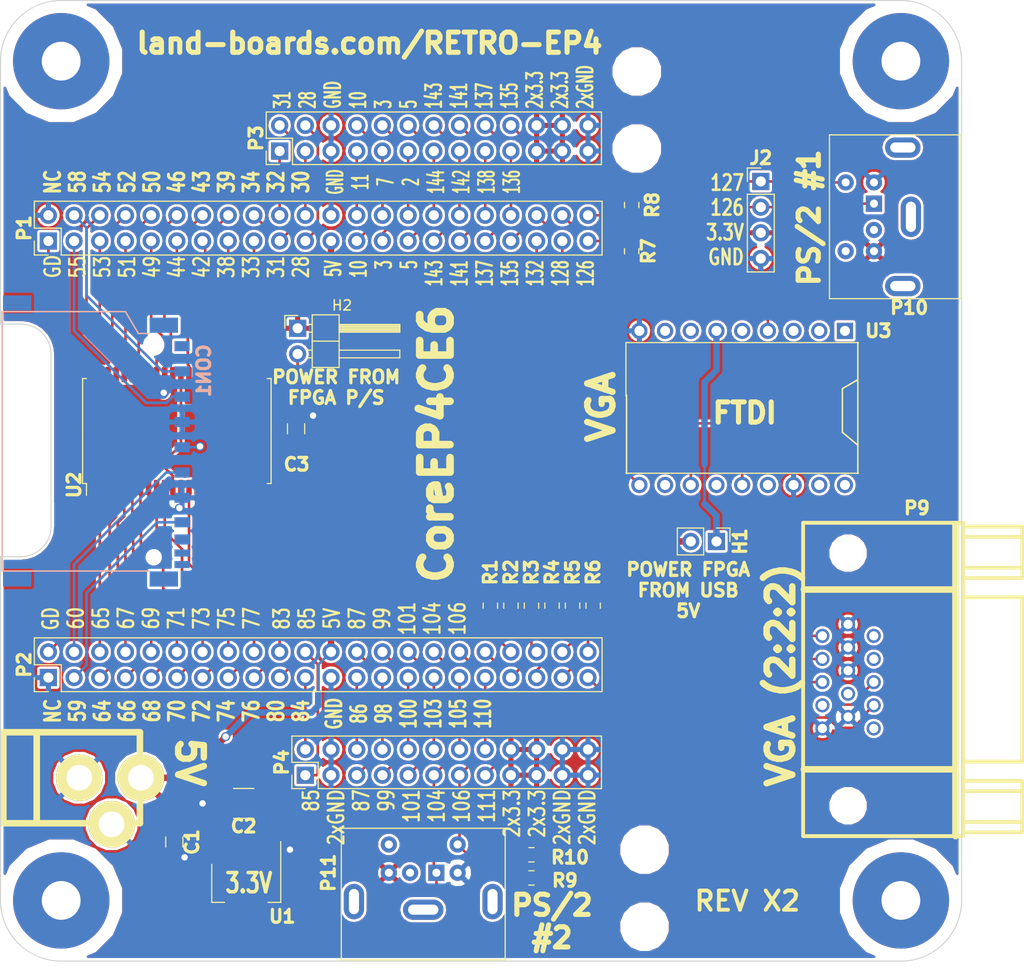
<source format=kicad_pcb>
(kicad_pcb (version 20171130) (host pcbnew "(5.0.2)-1")
  (title_block (title RETRO-EP4CE6) (rev X2) (company land-boards.com))
  (layers (0 F.Cu signal) (31 B.Cu signal) (36 B.SilkS user) (37 F.SilkS user) (38 B.Mask user) (39 F.Mask user) (44 Edge.Cuts user))
  (net 0 "")
  (net 1 +5V)
  (net 2 GND)
  (net 3 +3V3)
  (net 4 /P64)
  (net 5 /P65)
  (net 6 /P66)
  (net 7 /P67)
  (net 8 /P68)
  (net 9 /P69)
  (net 10 /P70)
  (net 11 /P71)
  (net 12 /P72)
  (net 13 /P73)
  (net 14 /P74)
  (net 15 /P75)
  (net 16 /P76)
  (net 17 /P77)
  (net 18 /P80)
  (net 19 /P83)
  (net 20 /P84)
  (net 21 /P85)
  (net 22 /P87)
  (net 23 /P98)
  (net 24 /P99)
  (net 25 /P100)
  (net 26 /P101)
  (net 27 /P103)
  (net 28 /P104)
  (net 29 /P105)
  (net 30 /P106)
  (net 31 /P110)
  (net 32 /P111)
  (net 33 /P112)
  (net 34 /P113)
  (net 35 /P114)
  (net 36 /P115)
  (net 37 /P119)
  (net 38 /P120)
  (net 39 /P121)
  (net 40 /P124)
  (net 41 /P53)
  (net 42 /P54)
  (net 43 /P51)
  (net 44 /P52)
  (net 45 /P49)
  (net 46 /P50)
  (net 47 /P44)
  (net 48 /P46)
  (net 49 /P42)
  (net 50 /P43)
  (net 51 /P38)
  (net 52 /P39)
  (net 53 /P33)
  (net 54 /P34)
  (net 55 /P31)
  (net 56 /P32)
  (net 57 /P28)
  (net 58 /P30)
  (net 59 /P10)
  (net 60 /P3)
  (net 61 /P7)
  (net 62 /P5)
  (net 63 /P2)
  (net 64 /P143)
  (net 65 /P144)
  (net 66 /P141)
  (net 67 /P142)
  (net 68 /P137)
  (net 69 /P138)
  (net 70 /P135)
  (net 71 /P136)
  (net 72 /P132)
  (net 73 /P133)
  (net 74 /P128)
  (net 75 /P129)
  (net 76 /P126)
  (net 77 /P127)
  (net 78 /P86)
  (net 79 /P11)
  (net 80 /P59)
  (net 81 /P60)
  (net 82 /P58)
  (net 83 /P55)
  (net 84 "Net-(P9-Pad2)")
  (net 85 "Net-(P9-Pad1)")
  (net 86 "Net-(P9-Pad3)")
  (net 87 "Net-(H1-Pad1)")
  (net 88 +3.3VP)
  (module LandBoards_Conns:Connector_Mini-DIN_Female_6Pin_2rows (layer F.Cu) (at 53.086 96.266)
    (fp_text reference P11 (at -10.668 0 90) (layer F.SilkS) (effects (font (size 1.27 1.27) (thickness 0.3175))))
    (fp_text value CONN_6)
    (pad 7 thru_hole oval (at -1.3 3.65) (size 4 2) (drill oval 3 1) (layers *.Cu *.Mask))
    (pad 6 thru_hole circle (at -4.7 -2.8) (size 1.6 1.6) (drill 0.8) (layers *.Cu *.Mask))
    (pad 5 thru_hole circle (at 2.1 -2.8) (size 1.6 1.6) (drill 0.8) (layers *.Cu *.Mask) (net 30 /P106))
    (pad 4 thru_hole circle (at -4.7 0) (size 1.6 1.6) (drill 0.8) (layers *.Cu *.Mask) (net 3 +3V3))
    (pad 3 thru_hole circle (at 2.1 0) (size 1.6 1.6) (drill 0.8) (layers *.Cu *.Mask) (net 2 GND))
    (pad 2 thru_hole circle (at -2.6 0) (size 1.6 1.6) (drill 0.8) (layers *.Cu *.Mask))
    (pad 1 thru_hole rect (at 0 0) (size 1.6 1.6) (drill 0.8) (layers *.Cu *.Mask) (net 28 /P104))
    (pad 7 thru_hole oval (at 5.55 2.85) (size 2 3.5) (drill oval 1 2.5) (layers *.Cu *.Mask))
    (pad 7 thru_hole oval (at -8.15 2.85) (size 2 3.5) (drill oval 1 2.5) (layers *.Cu *.Mask))
  )
  (module LandBoards_Conns:Connector_Mini-DIN_Female_6Pin_2rows (layer F.Cu) (at 96.34 30.09 90)
    (fp_text reference P10 (at -10.296 3.482 180) (layer F.SilkS) (effects (font (size 1.27 1.27) (thickness 0.3175))))
    (fp_text value CONN_6)
    (pad 7 thru_hole oval (at -8.15 2.85 90) (size 2 3.5) (drill oval 1 2.5) (layers *.Cu *.Mask))
    (pad 7 thru_hole oval (at 5.55 2.85 90) (size 2 3.5) (drill oval 1 2.5) (layers *.Cu *.Mask))
    (pad 1 thru_hole rect (at 0 0 90) (size 1.6 1.6) (drill 0.8) (layers *.Cu *.Mask) (net 76 /P126))
    (pad 2 thru_hole circle (at -2.6 0 90) (size 1.6 1.6) (drill 0.8) (layers *.Cu *.Mask))
    (pad 3 thru_hole circle (at 2.1 0 90) (size 1.6 1.6) (drill 0.8) (layers *.Cu *.Mask) (net 2 GND))
    (pad 4 thru_hole circle (at -4.7 0 90) (size 1.6 1.6) (drill 0.8) (layers *.Cu *.Mask) (net 3 +3V3))
    (pad 5 thru_hole circle (at 2.1 -2.8 90) (size 1.6 1.6) (drill 0.8) (layers *.Cu *.Mask) (net 77 /P127))
    (pad 6 thru_hole circle (at -4.7 -2.8 90) (size 1.6 1.6) (drill 0.8) (layers *.Cu *.Mask))
    (pad 7 thru_hole oval (at -1.3 3.65 90) (size 4 2) (drill oval 3 1) (layers *.Cu *.Mask))
  )
  (module LandBoards_Conns:FTDI-Module (layer F.Cu) (at 93.472 42.672 270)
    (fp_text reference U3 (at 0 -3.302) (layer F.SilkS) (effects (font (size 1.27 1.27) (thickness 0.3175))))
    (fp_text value FTDI_Module)
    (pad 18 thru_hole oval (at 15.24 0 270) (size 1.6 1.6) (drill 0.9906) (layers *.Cu *.Mask))
    (pad 9 thru_hole oval (at 0 20.32 270) (size 1.6 1.6) (drill 0.9906) (layers *.Cu *.Mask) (net 2 GND))
    (pad 17 thru_hole oval (at 15.24 2.54 270) (size 1.6 1.6) (drill 0.9906) (layers *.Cu *.Mask))
    (pad 8 thru_hole oval (at 0 17.78 270) (size 1.6 1.6) (drill 0.9906) (layers *.Cu *.Mask))
    (pad 16 thru_hole oval (at 15.24 5.08 270) (size 1.6 1.6) (drill 0.9906) (layers *.Cu *.Mask) (net 2 GND))
    (pad 7 thru_hole oval (at 0 15.24 270) (size 1.6 1.6) (drill 0.9906) (layers *.Cu *.Mask))
    (pad 15 thru_hole oval (at 15.24 7.62 270) (size 1.6 1.6) (drill 0.9906) (layers *.Cu *.Mask))
    (pad 6 thru_hole oval (at 0 12.7 270) (size 1.6 1.6) (drill 0.9906) (layers *.Cu *.Mask) (net 87 "Net-(H1-Pad1)"))
    (pad 14 thru_hole oval (at 15.24 10.16 270) (size 1.6 1.6) (drill 0.9906) (layers *.Cu *.Mask) (net 74 /P128))
    (pad 5 thru_hole oval (at 0 10.16 270) (size 1.6 1.6) (drill 0.9906) (layers *.Cu *.Mask))
    (pad 13 thru_hole oval (at 15.24 12.7 270) (size 1.6 1.6) (drill 0.9906) (layers *.Cu *.Mask))
    (pad 4 thru_hole oval (at 0 7.62 270) (size 1.6 1.6) (drill 0.9906) (layers *.Cu *.Mask) (net 75 /P129))
    (pad 12 thru_hole oval (at 15.24 15.24 270) (size 1.6 1.6) (drill 0.9906) (layers *.Cu *.Mask) (net 73 /P133))
    (pad 3 thru_hole oval (at 0 5.08 270) (size 1.6 1.6) (drill 0.9906) (layers *.Cu *.Mask))
    (pad 11 thru_hole oval (at 15.24 17.78 270) (size 1.6 1.6) (drill 0.9906) (layers *.Cu *.Mask))
    (pad 2 thru_hole oval (at 0 2.54 270) (size 1.6 1.6) (drill 0.9906) (layers *.Cu *.Mask))
    (pad 10 thru_hole oval (at 15.24 20.32 270) (size 1.6 1.6) (drill 0.9906) (layers *.Cu *.Mask) (net 72 /P132))
    (pad 1 thru_hole rect (at 0 0 270) (size 1.6 1.6) (drill 0.9906) (layers *.Cu *.Mask))
  )
  (module LandBoards_MountHoles:MTG-6-32 (layer F.Cu) (at 16 16)
    (fp_text reference MTG1 hide)
    (fp_text value MTG_HOLE hide)
    (pad 1 thru_hole circle (at 0 0) (size 9.525 9.525) (drill 3.8354) (layers *.Cu *.Mask) (clearance 1.27))
  )
  (module LandBoards_MountHoles:MTG-6-32 (layer F.Cu) (at 99 16)
    (fp_text reference MTG2 hide)
    (fp_text value MTG_HOLE hide)
    (pad 1 thru_hole circle (at 0 0) (size 9.525 9.525) (drill 3.8354) (layers *.Cu *.Mask) (clearance 1.27))
  )
  (module LandBoards_MountHoles:MTG-6-32 (layer F.Cu) (at 16 99)
    (fp_text reference MTG3 hide)
    (fp_text value MTG_HOLE hide)
    (pad 1 thru_hole circle (at 0 0) (size 9.525 9.525) (drill 3.8354) (layers *.Cu *.Mask) (clearance 1.27))
  )
  (module LandBoards_MountHoles:MTG-6-32 (layer F.Cu) (at 99 99)
    (fp_text reference MTG?1 hide)
    (fp_text value MTG_HOLE hide)
    (pad 1 thru_hole circle (at 0 0) (size 9.525 9.525) (drill 3.8354) (layers *.Cu *.Mask) (clearance 1.27))
  )
  (module Mounting_Holes:MountingHole_4.3mm_M4 (layer F.Cu) (at 72.898 17.018)
    (fp_text reference MTG9 hide)
    (fp_text value MTG_HOLE hide)
    (pad 1 np_thru_hole circle (at 0 0) (size 4.3 4.3) (drill 4.3) (layers *.Cu *.Mask))
  )
  (module Mounting_Holes:MountingHole_4.3mm_M4 (layer F.Cu) (at 72.898 24.638)
    (fp_text reference MTG10 hide)
    (fp_text value MTG_HOLE hide)
    (pad 1 np_thru_hole circle (at 0 0) (size 4.3 4.3) (drill 4.3) (layers *.Cu *.Mask))
  )
  (module LandBoards_Conns:DCJ-NEW (layer F.Cu) (at 17.78 86.868)
    (fp_text reference J1 hide)
    (fp_text value DCJ0202 hide)
    (pad 2 thru_hole circle (at 0 0) (size 4.6 4.6) (drill 2.54) (layers *.Cu *.Mask F.SilkS) (net 2 GND))
    (pad 1 thru_hole circle (at 6.1 0) (size 4.6 4.6) (drill 2.54) (layers *.Cu *.Mask F.SilkS) (net 1 +5V))
    (pad 3 thru_hole circle (at 3.2 4.6) (size 4.6 4.6) (drill 2.54) (layers *.Cu *.Mask F.SilkS) (net 2 GND))
  )
  (module Mounting_Holes:MountingHole_4.3mm_M4 (layer F.Cu) (at 73.66 93.98)
    (fp_text reference MTG13 hide)
    (fp_text value MTG_HOLE hide)
    (pad 1 np_thru_hole circle (at 0 0) (size 4.3 4.3) (drill 4.3) (layers *.Cu *.Mask))
  )
  (module Mounting_Holes:MountingHole_4.3mm_M4 (layer F.Cu) (at 73.66 101.6)
    (fp_text reference MTG15 hide)
    (fp_text value MTG_HOLE hide)
    (pad 1 np_thru_hole circle (at 0 0) (size 4.3 4.3) (drill 4.3) (layers *.Cu *.Mask))
  )
  (module Pin_Headers:Pin_Header_Straight_2x22_Pitch2.54mm (layer F.Cu) (at 14.732 33.782 90)
    (fp_text reference P1 (at 1.27 -2.39 90) (layer F.SilkS) (effects (font (size 1.27 1.27) (thickness 0.3175))))
    (fp_text value CONN_02X22 hide)
    (pad 1 thru_hole rect (at 0 0 90) (size 1.7 1.7) (drill 1) (layers *.Cu *.Mask) (net 88 +3.3VP))
    (pad 2 thru_hole oval (at 2.54 0 90) (size 1.7 1.7) (drill 1) (layers *.Cu *.Mask) (net 2 GND))
    (pad 3 thru_hole oval (at 0 2.54 90) (size 1.7 1.7) (drill 1) (layers *.Cu *.Mask) (net 83 /P55))
    (pad 4 thru_hole oval (at 2.54 2.54 90) (size 1.7 1.7) (drill 1) (layers *.Cu *.Mask) (net 82 /P58))
    (pad 5 thru_hole oval (at 0 5.08 90) (size 1.7 1.7) (drill 1) (layers *.Cu *.Mask) (net 41 /P53))
    (pad 6 thru_hole oval (at 2.54 5.08 90) (size 1.7 1.7) (drill 1) (layers *.Cu *.Mask) (net 42 /P54))
    (pad 7 thru_hole oval (at 0 7.62 90) (size 1.7 1.7) (drill 1) (layers *.Cu *.Mask) (net 43 /P51))
    (pad 8 thru_hole oval (at 2.54 7.62 90) (size 1.7 1.7) (drill 1) (layers *.Cu *.Mask) (net 44 /P52))
    (pad 9 thru_hole oval (at 0 10.16 90) (size 1.7 1.7) (drill 1) (layers *.Cu *.Mask) (net 45 /P49))
    (pad 10 thru_hole oval (at 2.54 10.16 90) (size 1.7 1.7) (drill 1) (layers *.Cu *.Mask) (net 46 /P50))
    (pad 11 thru_hole oval (at 0 12.7 90) (size 1.7 1.7) (drill 1) (layers *.Cu *.Mask) (net 47 /P44))
    (pad 12 thru_hole oval (at 2.54 12.7 90) (size 1.7 1.7) (drill 1) (layers *.Cu *.Mask) (net 48 /P46))
    (pad 13 thru_hole oval (at 0 15.24 90) (size 1.7 1.7) (drill 1) (layers *.Cu *.Mask) (net 49 /P42))
    (pad 14 thru_hole oval (at 2.54 15.24 90) (size 1.7 1.7) (drill 1) (layers *.Cu *.Mask) (net 50 /P43))
    (pad 15 thru_hole oval (at 0 17.78 90) (size 1.7 1.7) (drill 1) (layers *.Cu *.Mask) (net 51 /P38))
    (pad 16 thru_hole oval (at 2.54 17.78 90) (size 1.7 1.7) (drill 1) (layers *.Cu *.Mask) (net 52 /P39))
    (pad 17 thru_hole oval (at 0 20.32 90) (size 1.7 1.7) (drill 1) (layers *.Cu *.Mask) (net 53 /P33))
    (pad 18 thru_hole oval (at 2.54 20.32 90) (size 1.7 1.7) (drill 1) (layers *.Cu *.Mask) (net 54 /P34))
    (pad 19 thru_hole oval (at 0 22.86 90) (size 1.7 1.7) (drill 1) (layers *.Cu *.Mask) (net 55 /P31))
    (pad 20 thru_hole oval (at 2.54 22.86 90) (size 1.7 1.7) (drill 1) (layers *.Cu *.Mask) (net 56 /P32))
    (pad 21 thru_hole oval (at 0 25.4 90) (size 1.7 1.7) (drill 1) (layers *.Cu *.Mask) (net 57 /P28))
    (pad 22 thru_hole oval (at 2.54 25.4 90) (size 1.7 1.7) (drill 1) (layers *.Cu *.Mask) (net 58 /P30))
    (pad 23 thru_hole oval (at 0 27.94 90) (size 1.7 1.7) (drill 1) (layers *.Cu *.Mask) (net 1 +5V))
    (pad 24 thru_hole oval (at 2.54 27.94 90) (size 1.7 1.7) (drill 1) (layers *.Cu *.Mask) (net 2 GND))
    (pad 25 thru_hole oval (at 0 30.48 90) (size 1.7 1.7) (drill 1) (layers *.Cu *.Mask) (net 59 /P10))
    (pad 26 thru_hole oval (at 2.54 30.48 90) (size 1.7 1.7) (drill 1) (layers *.Cu *.Mask) (net 79 /P11))
    (pad 27 thru_hole oval (at 0 33.02 90) (size 1.7 1.7) (drill 1) (layers *.Cu *.Mask) (net 60 /P3))
    (pad 28 thru_hole oval (at 2.54 33.02 90) (size 1.7 1.7) (drill 1) (layers *.Cu *.Mask) (net 61 /P7))
    (pad 29 thru_hole oval (at 0 35.56 90) (size 1.7 1.7) (drill 1) (layers *.Cu *.Mask) (net 62 /P5))
    (pad 30 thru_hole oval (at 2.54 35.56 90) (size 1.7 1.7) (drill 1) (layers *.Cu *.Mask) (net 63 /P2))
    (pad 31 thru_hole oval (at 0 38.1 90) (size 1.7 1.7) (drill 1) (layers *.Cu *.Mask) (net 64 /P143))
    (pad 32 thru_hole oval (at 2.54 38.1 90) (size 1.7 1.7) (drill 1) (layers *.Cu *.Mask) (net 65 /P144))
    (pad 33 thru_hole oval (at 0 40.64 90) (size 1.7 1.7) (drill 1) (layers *.Cu *.Mask) (net 66 /P141))
    (pad 34 thru_hole oval (at 2.54 40.64 90) (size 1.7 1.7) (drill 1) (layers *.Cu *.Mask) (net 67 /P142))
    (pad 35 thru_hole oval (at 0 43.18 90) (size 1.7 1.7) (drill 1) (layers *.Cu *.Mask) (net 68 /P137))
    (pad 36 thru_hole oval (at 2.54 43.18 90) (size 1.7 1.7) (drill 1) (layers *.Cu *.Mask) (net 69 /P138))
    (pad 37 thru_hole oval (at 0 45.72 90) (size 1.7 1.7) (drill 1) (layers *.Cu *.Mask) (net 70 /P135))
    (pad 38 thru_hole oval (at 2.54 45.72 90) (size 1.7 1.7) (drill 1) (layers *.Cu *.Mask) (net 71 /P136))
    (pad 39 thru_hole oval (at 0 48.26 90) (size 1.7 1.7) (drill 1) (layers *.Cu *.Mask) (net 72 /P132))
    (pad 40 thru_hole oval (at 2.54 48.26 90) (size 1.7 1.7) (drill 1) (layers *.Cu *.Mask) (net 73 /P133))
    (pad 41 thru_hole oval (at 0 50.8 90) (size 1.7 1.7) (drill 1) (layers *.Cu *.Mask) (net 74 /P128))
    (pad 42 thru_hole oval (at 2.54 50.8 90) (size 1.7 1.7) (drill 1) (layers *.Cu *.Mask) (net 75 /P129))
    (pad 43 thru_hole oval (at 0 53.34 90) (size 1.7 1.7) (drill 1) (layers *.Cu *.Mask) (net 76 /P126))
    (pad 44 thru_hole oval (at 2.54 53.34 90) (size 1.7 1.7) (drill 1) (layers *.Cu *.Mask) (net 77 /P127))
  )
  (module Pin_Headers:Pin_Header_Straight_2x22_Pitch2.54mm (layer F.Cu) (at 14.732 76.962 90)
    (fp_text reference P2 (at 1.27 -2.39 90) (layer F.SilkS) (effects (font (size 1.27 1.27) (thickness 0.3175))))
    (fp_text value CONN_02X22 hide)
    (pad 1 thru_hole rect (at 0 0 90) (size 1.7 1.7) (drill 1) (layers *.Cu *.Mask) (net 2 GND))
    (pad 2 thru_hole oval (at 2.54 0 90) (size 1.7 1.7) (drill 1) (layers *.Cu *.Mask) (net 88 +3.3VP))
    (pad 3 thru_hole oval (at 0 2.54 90) (size 1.7 1.7) (drill 1) (layers *.Cu *.Mask) (net 80 /P59))
    (pad 4 thru_hole oval (at 2.54 2.54 90) (size 1.7 1.7) (drill 1) (layers *.Cu *.Mask) (net 81 /P60))
    (pad 5 thru_hole oval (at 0 5.08 90) (size 1.7 1.7) (drill 1) (layers *.Cu *.Mask) (net 4 /P64))
    (pad 6 thru_hole oval (at 2.54 5.08 90) (size 1.7 1.7) (drill 1) (layers *.Cu *.Mask) (net 5 /P65))
    (pad 7 thru_hole oval (at 0 7.62 90) (size 1.7 1.7) (drill 1) (layers *.Cu *.Mask) (net 6 /P66))
    (pad 8 thru_hole oval (at 2.54 7.62 90) (size 1.7 1.7) (drill 1) (layers *.Cu *.Mask) (net 7 /P67))
    (pad 9 thru_hole oval (at 0 10.16 90) (size 1.7 1.7) (drill 1) (layers *.Cu *.Mask) (net 8 /P68))
    (pad 10 thru_hole oval (at 2.54 10.16 90) (size 1.7 1.7) (drill 1) (layers *.Cu *.Mask) (net 9 /P69))
    (pad 11 thru_hole oval (at 0 12.7 90) (size 1.7 1.7) (drill 1) (layers *.Cu *.Mask) (net 10 /P70))
    (pad 12 thru_hole oval (at 2.54 12.7 90) (size 1.7 1.7) (drill 1) (layers *.Cu *.Mask) (net 11 /P71))
    (pad 13 thru_hole oval (at 0 15.24 90) (size 1.7 1.7) (drill 1) (layers *.Cu *.Mask) (net 12 /P72))
    (pad 14 thru_hole oval (at 2.54 15.24 90) (size 1.7 1.7) (drill 1) (layers *.Cu *.Mask) (net 13 /P73))
    (pad 15 thru_hole oval (at 0 17.78 90) (size 1.7 1.7) (drill 1) (layers *.Cu *.Mask) (net 14 /P74))
    (pad 16 thru_hole oval (at 2.54 17.78 90) (size 1.7 1.7) (drill 1) (layers *.Cu *.Mask) (net 15 /P75))
    (pad 17 thru_hole oval (at 0 20.32 90) (size 1.7 1.7) (drill 1) (layers *.Cu *.Mask) (net 16 /P76))
    (pad 18 thru_hole oval (at 2.54 20.32 90) (size 1.7 1.7) (drill 1) (layers *.Cu *.Mask) (net 17 /P77))
    (pad 19 thru_hole oval (at 0 22.86 90) (size 1.7 1.7) (drill 1) (layers *.Cu *.Mask) (net 18 /P80))
    (pad 20 thru_hole oval (at 2.54 22.86 90) (size 1.7 1.7) (drill 1) (layers *.Cu *.Mask) (net 19 /P83))
    (pad 21 thru_hole oval (at 0 25.4 90) (size 1.7 1.7) (drill 1) (layers *.Cu *.Mask) (net 20 /P84))
    (pad 22 thru_hole oval (at 2.54 25.4 90) (size 1.7 1.7) (drill 1) (layers *.Cu *.Mask) (net 21 /P85))
    (pad 23 thru_hole oval (at 0 27.94 90) (size 1.7 1.7) (drill 1) (layers *.Cu *.Mask) (net 2 GND))
    (pad 24 thru_hole oval (at 2.54 27.94 90) (size 1.7 1.7) (drill 1) (layers *.Cu *.Mask) (net 1 +5V))
    (pad 25 thru_hole oval (at 0 30.48 90) (size 1.7 1.7) (drill 1) (layers *.Cu *.Mask) (net 78 /P86))
    (pad 26 thru_hole oval (at 2.54 30.48 90) (size 1.7 1.7) (drill 1) (layers *.Cu *.Mask) (net 22 /P87))
    (pad 27 thru_hole oval (at 0 33.02 90) (size 1.7 1.7) (drill 1) (layers *.Cu *.Mask) (net 23 /P98))
    (pad 28 thru_hole oval (at 2.54 33.02 90) (size 1.7 1.7) (drill 1) (layers *.Cu *.Mask) (net 24 /P99))
    (pad 29 thru_hole oval (at 0 35.56 90) (size 1.7 1.7) (drill 1) (layers *.Cu *.Mask) (net 25 /P100))
    (pad 30 thru_hole oval (at 2.54 35.56 90) (size 1.7 1.7) (drill 1) (layers *.Cu *.Mask) (net 26 /P101))
    (pad 31 thru_hole oval (at 0 38.1 90) (size 1.7 1.7) (drill 1) (layers *.Cu *.Mask) (net 27 /P103))
    (pad 32 thru_hole oval (at 2.54 38.1 90) (size 1.7 1.7) (drill 1) (layers *.Cu *.Mask) (net 28 /P104))
    (pad 33 thru_hole oval (at 0 40.64 90) (size 1.7 1.7) (drill 1) (layers *.Cu *.Mask) (net 29 /P105))
    (pad 34 thru_hole oval (at 2.54 40.64 90) (size 1.7 1.7) (drill 1) (layers *.Cu *.Mask) (net 30 /P106))
    (pad 35 thru_hole oval (at 0 43.18 90) (size 1.7 1.7) (drill 1) (layers *.Cu *.Mask) (net 31 /P110))
    (pad 36 thru_hole oval (at 2.54 43.18 90) (size 1.7 1.7) (drill 1) (layers *.Cu *.Mask) (net 32 /P111))
    (pad 37 thru_hole oval (at 0 45.72 90) (size 1.7 1.7) (drill 1) (layers *.Cu *.Mask) (net 33 /P112))
    (pad 38 thru_hole oval (at 2.54 45.72 90) (size 1.7 1.7) (drill 1) (layers *.Cu *.Mask) (net 34 /P113))
    (pad 39 thru_hole oval (at 0 48.26 90) (size 1.7 1.7) (drill 1) (layers *.Cu *.Mask) (net 35 /P114))
    (pad 40 thru_hole oval (at 2.54 48.26 90) (size 1.7 1.7) (drill 1) (layers *.Cu *.Mask) (net 36 /P115))
    (pad 41 thru_hole oval (at 0 50.8 90) (size 1.7 1.7) (drill 1) (layers *.Cu *.Mask) (net 37 /P119))
    (pad 42 thru_hole oval (at 2.54 50.8 90) (size 1.7 1.7) (drill 1) (layers *.Cu *.Mask) (net 38 /P120))
    (pad 43 thru_hole oval (at 0 53.34 90) (size 1.7 1.7) (drill 1) (layers *.Cu *.Mask) (net 39 /P121))
    (pad 44 thru_hole oval (at 2.54 53.34 90) (size 1.7 1.7) (drill 1) (layers *.Cu *.Mask) (net 40 /P124))
  )
  (module Capacitors_SMD:C_0805_HandSoldering (layer F.Cu) (at 27.178 93.218 270)
    (fp_text reference C1 (at 0 -1.75 270) (layer F.SilkS) (effects (font (size 1.27 1.27) (thickness 0.3175))))
    (fp_text value 0.1uF hide)
    (pad 1 smd rect (at -1.25 0 270) (size 1.5 1.25) (layers F.Cu F.Mask) (net 1 +5V))
    (pad 2 smd rect (at 1.25 0 270) (size 1.5 1.25) (layers F.Cu F.Mask) (net 2 GND))
  )
  (module Capacitors_SMD:C_1210_HandSoldering (layer F.Cu) (at 34.036 89.408 180)
    (fp_text reference C2 (at 0 -2.25 180) (layer F.SilkS) (effects (font (size 1.27 1.27) (thickness 0.3175))))
    (fp_text value 10uF hide)
    (pad 1 smd rect (at -2 0 180) (size 2 2.5) (layers F.Cu F.Mask) (net 3 +3V3))
    (pad 2 smd rect (at 2 0 180) (size 2 2.5) (layers F.Cu F.Mask) (net 2 GND))
  )
  (module Capacitors_SMD:C_0805_HandSoldering (layer F.Cu) (at 39.2176 52.3494 90)
    (fp_text reference C3 (at -3.5306 0.0508 180) (layer F.SilkS) (effects (font (size 1.27 1.27) (thickness 0.3175))))
    (fp_text value 0.1uF hide)
    (pad 1 smd rect (at -1.25 0 90) (size 1.5 1.25) (layers F.Cu F.Mask) (net 3 +3V3))
    (pad 2 smd rect (at 1.25 0 90) (size 1.5 1.25) (layers F.Cu F.Mask) (net 2 GND))
  )
  (module TO_SOT_Packages_SMD:SOT-223 (layer F.Cu) (at 34.29 97.282 270)
    (fp_text reference U1 (at 3.302 -3.556) (layer F.SilkS) (effects (font (size 1.27 1.27) (thickness 0.3175))))
    (fp_text value AP1117 hide)
    (pad 4 smd rect (at 3.15 0 270) (size 2 3.8) (layers F.Cu F.Mask) (net 3 +3V3))
    (pad 2 smd rect (at -3.15 0 270) (size 2 1.5) (layers F.Cu F.Mask) (net 3 +3V3))
    (pad 3 smd rect (at -3.15 2.3 270) (size 2 1.5) (layers F.Cu F.Mask) (net 1 +5V))
    (pad 1 smd rect (at -3.15 -2.3 270) (size 2 1.5) (layers F.Cu F.Mask) (net 2 GND))
  )
  (module Package_SO:TSOP-II-44_10.16x18.41mm_P0.8mm (layer F.Cu) (at 27.432 52.578 90)
    (fp_text reference U2 (at -5.334 -10.16 90) (layer F.SilkS) (effects (font (size 1.27 1.27) (thickness 0.3175))))
    (fp_text value IS61WV5128EDBLL-10TLI)
    (pad 1 smd roundrect (at -5.5875 -8.4 90) (size 1.525 0.55) (layers F.Cu F.Paste F.Mask))
    (pad 2 smd roundrect (at -5.5875 -7.6 90) (size 1.525 0.55) (layers F.Cu F.Paste F.Mask))
    (pad 3 smd roundrect (at -5.5875 -6.8 90) (size 1.525 0.55) (layers F.Cu F.Paste F.Mask) (net 5 /P65))
    (pad 4 smd roundrect (at -5.5875 -6 90) (size 1.525 0.55) (layers F.Cu F.Paste F.Mask) (net 4 /P64))
    (pad 5 smd roundrect (at -5.5875 -5.2 90) (size 1.525 0.55) (layers F.Cu F.Paste F.Mask) (net 7 /P67))
    (pad 6 smd roundrect (at -5.5875 -4.4 90) (size 1.525 0.55) (layers F.Cu F.Paste F.Mask) (net 6 /P66))
    (pad 7 smd roundrect (at -5.5875 -3.6 90) (size 1.525 0.55) (layers F.Cu F.Paste F.Mask) (net 9 /P69))
    (pad 8 smd roundrect (at -5.5875 -2.8 90) (size 1.525 0.55) (layers F.Cu F.Paste F.Mask) (net 8 /P68))
    (pad 9 smd roundrect (at -5.5875 -2 90) (size 1.525 0.55) (layers F.Cu F.Paste F.Mask) (net 11 /P71))
    (pad 10 smd roundrect (at -5.5875 -1.2 90) (size 1.525 0.55) (layers F.Cu F.Paste F.Mask) (net 10 /P70))
    (pad 11 smd roundrect (at -5.5875 -0.4 90) (size 1.525 0.55) (layers F.Cu F.Paste F.Mask) (net 88 +3.3VP))
    (pad 12 smd roundrect (at -5.5875 0.4 90) (size 1.525 0.55) (layers F.Cu F.Paste F.Mask) (net 2 GND))
    (pad 13 smd roundrect (at -5.5875 1.2 90) (size 1.525 0.55) (layers F.Cu F.Paste F.Mask) (net 13 /P73))
    (pad 14 smd roundrect (at -5.5875 2 90) (size 1.525 0.55) (layers F.Cu F.Paste F.Mask) (net 12 /P72))
    (pad 15 smd roundrect (at -5.5875 2.8 90) (size 1.525 0.55) (layers F.Cu F.Paste F.Mask) (net 15 /P75))
    (pad 16 smd roundrect (at -5.5875 3.6 90) (size 1.525 0.55) (layers F.Cu F.Paste F.Mask) (net 14 /P74))
    (pad 17 smd roundrect (at -5.5875 4.4 90) (size 1.525 0.55) (layers F.Cu F.Paste F.Mask) (net 17 /P77))
    (pad 18 smd roundrect (at -5.5875 5.2 90) (size 1.525 0.55) (layers F.Cu F.Paste F.Mask) (net 16 /P76))
    (pad 19 smd roundrect (at -5.5875 6 90) (size 1.525 0.55) (layers F.Cu F.Paste F.Mask) (net 19 /P83))
    (pad 20 smd roundrect (at -5.5875 6.8 90) (size 1.525 0.55) (layers F.Cu F.Paste F.Mask) (net 18 /P80))
    (pad 21 smd roundrect (at -5.5875 7.6 90) (size 1.525 0.55) (layers F.Cu F.Paste F.Mask))
    (pad 22 smd roundrect (at -5.5875 8.4 90) (size 1.525 0.55) (layers F.Cu F.Paste F.Mask))
    (pad 23 smd roundrect (at 5.5875 8.4 90) (size 1.525 0.55) (layers F.Cu F.Paste F.Mask))
    (pad 24 smd roundrect (at 5.5875 7.6 90) (size 1.525 0.55) (layers F.Cu F.Paste F.Mask))
    (pad 25 smd roundrect (at 5.5875 6.8 90) (size 1.525 0.55) (layers F.Cu F.Paste F.Mask))
    (pad 26 smd roundrect (at 5.5875 6 90) (size 1.525 0.55) (layers F.Cu F.Paste F.Mask) (net 54 /P34))
    (pad 27 smd roundrect (at 5.5875 5.2 90) (size 1.525 0.55) (layers F.Cu F.Paste F.Mask) (net 53 /P33))
    (pad 28 smd roundrect (at 5.5875 4.4 90) (size 1.525 0.55) (layers F.Cu F.Paste F.Mask) (net 51 /P38))
    (pad 29 smd roundrect (at 5.5875 3.6 90) (size 1.525 0.55) (layers F.Cu F.Paste F.Mask) (net 52 /P39))
    (pad 30 smd roundrect (at 5.5875 2.8 90) (size 1.525 0.55) (layers F.Cu F.Paste F.Mask) (net 49 /P42))
    (pad 31 smd roundrect (at 5.5875 2 90) (size 1.525 0.55) (layers F.Cu F.Paste F.Mask) (net 50 /P43))
    (pad 32 smd roundrect (at 5.5875 1.2 90) (size 1.525 0.55) (layers F.Cu F.Paste F.Mask) (net 47 /P44))
    (pad 33 smd roundrect (at 5.5875 0.4 90) (size 1.525 0.55) (layers F.Cu F.Paste F.Mask) (net 88 +3.3VP))
    (pad 34 smd roundrect (at 5.5875 -0.4 90) (size 1.525 0.55) (layers F.Cu F.Paste F.Mask) (net 2 GND))
    (pad 35 smd roundrect (at 5.5875 -1.2 90) (size 1.525 0.55) (layers F.Cu F.Paste F.Mask) (net 48 /P46))
    (pad 36 smd roundrect (at 5.5875 -2 90) (size 1.525 0.55) (layers F.Cu F.Paste F.Mask) (net 45 /P49))
    (pad 37 smd roundrect (at 5.5875 -2.8 90) (size 1.525 0.55) (layers F.Cu F.Paste F.Mask) (net 46 /P50))
    (pad 38 smd roundrect (at 5.5875 -3.6 90) (size 1.525 0.55) (layers F.Cu F.Paste F.Mask) (net 43 /P51))
    (pad 39 smd roundrect (at 5.5875 -4.4 90) (size 1.525 0.55) (layers F.Cu F.Paste F.Mask) (net 44 /P52))
    (pad 40 smd roundrect (at 5.5875 -5.2 90) (size 1.525 0.55) (layers F.Cu F.Paste F.Mask) (net 41 /P53))
    (pad 41 smd roundrect (at 5.5875 -6 90) (size 1.525 0.55) (layers F.Cu F.Paste F.Mask) (net 42 /P54))
    (pad 42 smd roundrect (at 5.5875 -6.8 90) (size 1.525 0.55) (layers F.Cu F.Paste F.Mask))
    (pad 43 smd roundrect (at 5.5875 -7.6 90) (size 1.525 0.55) (layers F.Cu F.Paste F.Mask))
    (pad 44 smd roundrect (at 5.5875 -8.4 90) (size 1.525 0.55) (layers F.Cu F.Paste F.Mask))
  )
  (module LandBoards_Conns:SD_CARD (layer B.Cu) (at 25.146 59.182 90)
    (fp_text reference CON1 (at 12.573 4.953 90) (layer B.SilkS) (effects (font (size 1.27 1.27) (thickness 0.3175)) (justify mirror)))
    (fp_text value SD_Card-conn hide)
    (pad 11 smd rect (at -6.6 2.8 90) (size 0.7 1.5) (layers B.Cu B.Mask))
    (pad 10 smd rect (at -5.46 2.8 90) (size 0.7 1.5) (layers B.Cu B.Mask))
    (pad "" np_thru_hole circle (at 15.12 0 90) (size 1.6 1.6) (drill 1.6) (layers *.Cu *.Mask B.SilkS))
    (pad 2 smd rect (at 10 2.8 90) (size 1 1.5) (layers B.Cu B.Mask) (net 83 /P55))
    (pad 1 smd rect (at 12.5 2.8 90) (size 1 1.5) (layers B.Cu B.Mask) (net 82 /P58))
    (pad 3 smd rect (at 7.5 2.8 90) (size 1 1.5) (layers B.Cu B.Mask) (net 2 GND))
    (pad 4 smd rect (at 5 2.8 90) (size 1 1.5) (layers B.Cu B.Mask) (net 3 +3V3))
    (pad 5 smd rect (at 2.5 2.8 90) (size 1 1.5) (layers B.Cu B.Mask) (net 81 /P60))
    (pad 6 smd rect (at 0 2.8 90) (size 1 1.5) (layers B.Cu B.Mask) (net 2 GND))
    (pad 7 smd rect (at -2.42 2.8 90) (size 1 1.5) (layers B.Cu B.Mask) (net 80 /P59))
    (pad 8 smd rect (at -4.12 2.8 90) (size 1 1.5) (layers B.Cu B.Mask))
    (pad 9 smd rect (at 15 2.8 90) (size 1 1.5) (layers B.Cu B.Mask))
    (pad 12 smd rect (at 17.07 1 90) (size 1.5 2.8) (layers B.Cu B.Mask))
    (pad 13 smd rect (at -8.03 1 90) (size 1.5 2.8) (layers B.Cu B.Mask))
    (pad 14 smd rect (at -8.03 -13.5 90) (size 1.5 2.8) (layers B.Cu B.Mask))
    (pad 15 smd rect (at 19.27 -13.5 90) (size 1.5 2.8) (layers B.Cu B.Mask))
    (pad "" np_thru_hole circle (at -5.88 0 90) (size 1.1 1.1) (drill 1.1) (layers *.Cu *.Mask B.SilkS))
  )
  (module LandBoards_Conns:DB_15F-VGA-fixed (layer F.Cu) (at 97.79 77.144999 90)
    (fp_text reference P9 (at 16.946999 2.794 180) (layer F.SilkS) (effects (font (size 1.27 1.27) (thickness 0.3175))))
    (fp_text value VGA (at 26.954599 -28.4226 90) (layer F.SilkS) (effects (font (size 2.5 2.5) (thickness 0.625))))
    (pad "" np_thru_hole circle (at 12.49426 -4.01066 90) (size 3.2 3.2) (drill 3.2) (layers *.Cu *.Mask F.SilkS))
    (pad 3 thru_hole circle (at -0.2667 -6.55066 90) (size 1.397 1.397) (drill 0.889) (layers *.Cu *.Mask) (net 86 "Net-(P9-Pad3)"))
    (pad 2 thru_hole circle (at 2.0193 -6.55066 90) (size 1.397 1.397) (drill 0.9144) (layers *.Cu *.Mask) (net 84 "Net-(P9-Pad2)"))
    (pad 1 thru_hole circle (at 4.31038 -6.55066 90) (size 1.397 1.397) (drill 0.9144) (layers *.Cu *.Mask) (net 85 "Net-(P9-Pad1)"))
    (pad 4 thru_hole circle (at -2.56032 -6.55066 90) (size 1.397 1.397) (drill 0.9144) (layers *.Cu *.Mask))
    (pad 5 thru_hole circle (at -4.84886 -6.55066 90) (size 1.397 1.397) (drill 0.9144) (layers *.Cu *.Mask) (net 2 GND))
    (pad 9 thru_hole circle (at -1.41478 -4.01066 90) (size 1.397 1.397) (drill 0.9144) (layers *.Cu *.Mask))
    (pad 8 thru_hole circle (at 0.87376 -4.01066 90) (size 1.397 1.397) (drill 0.9144) (layers *.Cu *.Mask) (net 2 GND))
    (pad 7 thru_hole circle (at 3.16484 -4.01066 90) (size 1.397 1.397) (drill 0.9144) (layers *.Cu *.Mask) (net 2 GND))
    (pad 6 thru_hole circle (at 5.45592 -4.01066 90) (size 1.397 1.397) (drill 0.9144) (layers *.Cu *.Mask) (net 2 GND))
    (pad "" np_thru_hole circle (at -12.49426 -4.01066 90) (size 3.2 3.2) (drill 3.2) (layers *.Cu *.Mask F.SilkS))
    (pad 10 thru_hole circle (at -3.70586 -4.01066 90) (size 1.397 1.397) (drill 0.9144) (layers *.Cu *.Mask) (net 2 GND))
    (pad 11 thru_hole circle (at 4.31038 -1.47066 90) (size 1.397 1.397) (drill 0.9144) (layers *.Cu *.Mask))
    (pad 12 thru_hole circle (at 2.0193 -1.47066 90) (size 1.397 1.397) (drill 0.9144) (layers *.Cu *.Mask))
    (pad 13 thru_hole circle (at -0.26924 -1.4732 90) (size 1.397 1.397) (drill 0.9144) (layers *.Cu *.Mask) (net 37 /P119))
    (pad 14 thru_hole circle (at -2.56032 -1.47066 90) (size 1.397 1.397) (drill 0.9144) (layers *.Cu *.Mask) (net 39 /P121))
    (pad 15 thru_hole circle (at -4.84886 -1.47066 90) (size 1.397 1.397) (drill 0.9144) (layers *.Cu *.Mask))
  )
  (module Resistor_SMD:R_0805_2012Metric_Pad1.15x1.40mm_HandSolder (layer F.Cu) (at 58.42 69.85 270)
    (fp_text reference R1 (at -3.302 0 270) (layer F.SilkS) (effects (font (size 1.27 1.27) (thickness 0.3175))))
    (fp_text value 680)
    (pad 2 smd roundrect (at 1.025 0 270) (size 1.15 1.4) (layers F.Cu F.Paste F.Mask) (roundrect_rratio 0.217391) (net 34 /P113))
    (pad 1 smd roundrect (at -1.025 0 270) (size 1.15 1.4) (layers F.Cu F.Paste F.Mask) (roundrect_rratio 0.217391) (net 85 "Net-(P9-Pad1)"))
  )
  (module Resistor_SMD:R_0805_2012Metric_Pad1.15x1.40mm_HandSolder (layer F.Cu) (at 60.452 69.85 270)
    (fp_text reference R2 (at -3.302 0 270) (layer F.SilkS) (effects (font (size 1.27 1.27) (thickness 0.3175))))
    (fp_text value 470)
    (pad 1 smd roundrect (at -1.025 0 270) (size 1.15 1.4) (layers F.Cu F.Paste F.Mask) (roundrect_rratio 0.217391) (net 85 "Net-(P9-Pad1)"))
    (pad 2 smd roundrect (at 1.025 0 270) (size 1.15 1.4) (layers F.Cu F.Paste F.Mask) (roundrect_rratio 0.217391) (net 33 /P112))
  )
  (module Resistor_SMD:R_0805_2012Metric_Pad1.15x1.40mm_HandSolder (layer F.Cu) (at 62.484 69.85 270)
    (fp_text reference R3 (at -3.302 0 270) (layer F.SilkS) (effects (font (size 1.27 1.27) (thickness 0.3175))))
    (fp_text value 680)
    (pad 2 smd roundrect (at 1.025 0 270) (size 1.15 1.4) (layers F.Cu F.Paste F.Mask) (roundrect_rratio 0.217391) (net 36 /P115))
    (pad 1 smd roundrect (at -1.025 0 270) (size 1.15 1.4) (layers F.Cu F.Paste F.Mask) (roundrect_rratio 0.217391) (net 84 "Net-(P9-Pad2)"))
  )
  (module Resistor_SMD:R_0805_2012Metric_Pad1.15x1.40mm_HandSolder (layer F.Cu) (at 64.516 69.85 270)
    (fp_text reference R4 (at -3.302 0 270) (layer F.SilkS) (effects (font (size 1.27 1.27) (thickness 0.3175))))
    (fp_text value 470)
    (pad 1 smd roundrect (at -1.025 0 270) (size 1.15 1.4) (layers F.Cu F.Paste F.Mask) (roundrect_rratio 0.217391) (net 84 "Net-(P9-Pad2)"))
    (pad 2 smd roundrect (at 1.025 0 270) (size 1.15 1.4) (layers F.Cu F.Paste F.Mask) (roundrect_rratio 0.217391) (net 35 /P114))
  )
  (module Resistor_SMD:R_0805_2012Metric_Pad1.15x1.40mm_HandSolder (layer F.Cu) (at 66.548 69.85 270)
    (fp_text reference R5 (at -3.302 0 270) (layer F.SilkS) (effects (font (size 1.27 1.27) (thickness 0.3175))))
    (fp_text value 680)
    (pad 2 smd roundrect (at 1.025 0 270) (size 1.15 1.4) (layers F.Cu F.Paste F.Mask) (roundrect_rratio 0.217391) (net 38 /P120))
    (pad 1 smd roundrect (at -1.025 0 270) (size 1.15 1.4) (layers F.Cu F.Paste F.Mask) (roundrect_rratio 0.217391) (net 86 "Net-(P9-Pad3)"))
  )
  (module Resistor_SMD:R_0805_2012Metric_Pad1.15x1.40mm_HandSolder (layer F.Cu) (at 68.58 69.85 270)
    (fp_text reference R6 (at -3.302 0 270) (layer F.SilkS) (effects (font (size 1.27 1.27) (thickness 0.3175))))
    (fp_text value 470)
    (pad 1 smd roundrect (at -1.025 0 270) (size 1.15 1.4) (layers F.Cu F.Paste F.Mask) (roundrect_rratio 0.217391) (net 86 "Net-(P9-Pad3)"))
    (pad 2 smd roundrect (at 1.025 0 270) (size 1.15 1.4) (layers F.Cu F.Paste F.Mask) (roundrect_rratio 0.217391) (net 40 /P124))
  )
  (module Resistor_SMD:R_0805_2012Metric_Pad1.15x1.40mm_HandSolder (layer F.Cu) (at 72.39 34.798 270)
    (fp_text reference R7 (at 0 -1.65 270) (layer F.SilkS) (effects (font (size 1.27 1.27) (thickness 0.3175))))
    (fp_text value 10K)
    (pad 1 smd roundrect (at -1.025 0 270) (size 1.15 1.4) (layers F.Cu F.Paste F.Mask) (roundrect_rratio 0.217391) (net 76 /P126))
    (pad 2 smd roundrect (at 1.025 0 270) (size 1.15 1.4) (layers F.Cu F.Paste F.Mask) (roundrect_rratio 0.217391) (net 3 +3V3))
  )
  (module Resistor_SMD:R_0805_2012Metric_Pad1.15x1.40mm_HandSolder (layer F.Cu) (at 72.39 30.226 90)
    (fp_text reference R8 (at 0 2.032 90) (layer F.SilkS) (effects (font (size 1.27 1.27) (thickness 0.3175))))
    (fp_text value 10K)
    (pad 2 smd roundrect (at 1.025 0 90) (size 1.15 1.4) (layers F.Cu F.Paste F.Mask) (roundrect_rratio 0.217391) (net 3 +3V3))
    (pad 1 smd roundrect (at -1.025 0 90) (size 1.15 1.4) (layers F.Cu F.Paste F.Mask) (roundrect_rratio 0.217391) (net 77 /P127))
  )
  (module Pin_Headers:Pin_Header_Straight_1x02_Pitch2.54mm (layer F.Cu) (at 80.772 63.5 270)
    (fp_text reference H1 (at 0 -2.33 270) (layer F.SilkS) (effects (font (size 1.27 1.27) (thickness 0.3175))))
    (fp_text value Conn_01x02)
    (pad 2 thru_hole oval (at 0 2.54 270) (size 1.7 1.7) (drill 1) (layers *.Cu *.Mask) (net 1 +5V))
    (pad 1 thru_hole rect (at 0 0 270) (size 1.7 1.7) (drill 1) (layers *.Cu *.Mask) (net 87 "Net-(H1-Pad1)"))
  )
  (module Pin_Headers:Pin_Header_Straight_1x04_Pitch2.54mm (layer F.Cu) (at 85.152 27.894)
    (fp_text reference J2 (at 0 -2.33) (layer F.SilkS) (effects (font (size 1.27 1.27) (thickness 0.3175))))
    (fp_text value Conn_01x04)
    (pad 4 thru_hole oval (at 0 7.62) (size 1.7 1.7) (drill 1) (layers *.Cu *.Mask) (net 2 GND))
    (pad 3 thru_hole oval (at 0 5.08) (size 1.7 1.7) (drill 1) (layers *.Cu *.Mask) (net 3 +3V3))
    (pad 2 thru_hole oval (at 0 2.54) (size 1.7 1.7) (drill 1) (layers *.Cu *.Mask) (net 76 /P126))
    (pad 1 thru_hole rect (at 0 0) (size 1.7 1.7) (drill 1) (layers *.Cu *.Mask) (net 77 /P127))
  )
  (module Pin_Headers:Pin_Header_Straight_2x12_Pitch2.54mm (layer F.Cu) (at 40.132 86.614 90)
    (fp_text reference P4 (at 1.27 -2.33 90) (layer F.SilkS) (effects (font (size 1.27 1.27) (thickness 0.3175))))
    (fp_text value Conn_02x12_Odd_Even)
    (pad 24 thru_hole oval (at 2.54 27.94 90) (size 1.7 1.7) (drill 1) (layers *.Cu *.Mask) (net 2 GND))
    (pad 23 thru_hole oval (at 0 27.94 90) (size 1.7 1.7) (drill 1) (layers *.Cu *.Mask) (net 2 GND))
    (pad 22 thru_hole oval (at 2.54 25.4 90) (size 1.7 1.7) (drill 1) (layers *.Cu *.Mask) (net 2 GND))
    (pad 21 thru_hole oval (at 0 25.4 90) (size 1.7 1.7) (drill 1) (layers *.Cu *.Mask) (net 2 GND))
    (pad 20 thru_hole oval (at 2.54 22.86 90) (size 1.7 1.7) (drill 1) (layers *.Cu *.Mask) (net 3 +3V3))
    (pad 19 thru_hole oval (at 0 22.86 90) (size 1.7 1.7) (drill 1) (layers *.Cu *.Mask) (net 3 +3V3))
    (pad 18 thru_hole oval (at 2.54 20.32 90) (size 1.7 1.7) (drill 1) (layers *.Cu *.Mask) (net 3 +3V3))
    (pad 17 thru_hole oval (at 0 20.32 90) (size 1.7 1.7) (drill 1) (layers *.Cu *.Mask) (net 3 +3V3))
    (pad 16 thru_hole oval (at 2.54 17.78 90) (size 1.7 1.7) (drill 1) (layers *.Cu *.Mask) (net 31 /P110))
    (pad 15 thru_hole oval (at 0 17.78 90) (size 1.7 1.7) (drill 1) (layers *.Cu *.Mask) (net 32 /P111))
    (pad 14 thru_hole oval (at 2.54 15.24 90) (size 1.7 1.7) (drill 1) (layers *.Cu *.Mask) (net 29 /P105))
    (pad 13 thru_hole oval (at 0 15.24 90) (size 1.7 1.7) (drill 1) (layers *.Cu *.Mask) (net 30 /P106))
    (pad 12 thru_hole oval (at 2.54 12.7 90) (size 1.7 1.7) (drill 1) (layers *.Cu *.Mask) (net 27 /P103))
    (pad 11 thru_hole oval (at 0 12.7 90) (size 1.7 1.7) (drill 1) (layers *.Cu *.Mask) (net 28 /P104))
    (pad 10 thru_hole oval (at 2.54 10.16 90) (size 1.7 1.7) (drill 1) (layers *.Cu *.Mask) (net 25 /P100))
    (pad 9 thru_hole oval (at 0 10.16 90) (size 1.7 1.7) (drill 1) (layers *.Cu *.Mask) (net 26 /P101))
    (pad 8 thru_hole oval (at 2.54 7.62 90) (size 1.7 1.7) (drill 1) (layers *.Cu *.Mask) (net 23 /P98))
    (pad 7 thru_hole oval (at 0 7.62 90) (size 1.7 1.7) (drill 1) (layers *.Cu *.Mask) (net 24 /P99))
    (pad 6 thru_hole oval (at 2.54 5.08 90) (size 1.7 1.7) (drill 1) (layers *.Cu *.Mask) (net 78 /P86))
    (pad 5 thru_hole oval (at 0 5.08 90) (size 1.7 1.7) (drill 1) (layers *.Cu *.Mask) (net 22 /P87))
    (pad 4 thru_hole oval (at 2.54 2.54 90) (size 1.7 1.7) (drill 1) (layers *.Cu *.Mask) (net 2 GND))
    (pad 3 thru_hole oval (at 0 2.54 90) (size 1.7 1.7) (drill 1) (layers *.Cu *.Mask) (net 2 GND))
    (pad 2 thru_hole oval (at 2.54 0 90) (size 1.7 1.7) (drill 1) (layers *.Cu *.Mask) (net 20 /P84))
    (pad 1 thru_hole rect (at 0 0 90) (size 1.7 1.7) (drill 1) (layers *.Cu *.Mask) (net 21 /P85))
  )
  (module Pin_Headers:Pin_Header_Straight_2x13_Pitch2.54mm (layer F.Cu) (at 37.592 24.892 90)
    (fp_text reference P3 (at 1.27 -2.33 90) (layer F.SilkS) (effects (font (size 1.27 1.27) (thickness 0.3175))))
    (fp_text value Conn_02x13_Odd_Even)
    (pad 26 thru_hole oval (at 2.54 30.48 90) (size 1.7 1.7) (drill 1) (layers *.Cu *.Mask) (net 2 GND))
    (pad 25 thru_hole oval (at 0 30.48 90) (size 1.7 1.7) (drill 1) (layers *.Cu *.Mask) (net 2 GND))
    (pad 24 thru_hole oval (at 2.54 27.94 90) (size 1.7 1.7) (drill 1) (layers *.Cu *.Mask) (net 3 +3V3))
    (pad 23 thru_hole oval (at 0 27.94 90) (size 1.7 1.7) (drill 1) (layers *.Cu *.Mask) (net 3 +3V3))
    (pad 22 thru_hole oval (at 2.54 25.4 90) (size 1.7 1.7) (drill 1) (layers *.Cu *.Mask) (net 3 +3V3))
    (pad 21 thru_hole oval (at 0 25.4 90) (size 1.7 1.7) (drill 1) (layers *.Cu *.Mask) (net 3 +3V3))
    (pad 20 thru_hole oval (at 2.54 22.86 90) (size 1.7 1.7) (drill 1) (layers *.Cu *.Mask) (net 70 /P135))
    (pad 19 thru_hole oval (at 0 22.86 90) (size 1.7 1.7) (drill 1) (layers *.Cu *.Mask) (net 71 /P136))
    (pad 18 thru_hole oval (at 2.54 20.32 90) (size 1.7 1.7) (drill 1) (layers *.Cu *.Mask) (net 68 /P137))
    (pad 17 thru_hole oval (at 0 20.32 90) (size 1.7 1.7) (drill 1) (layers *.Cu *.Mask) (net 69 /P138))
    (pad 16 thru_hole oval (at 2.54 17.78 90) (size 1.7 1.7) (drill 1) (layers *.Cu *.Mask) (net 66 /P141))
    (pad 15 thru_hole oval (at 0 17.78 90) (size 1.7 1.7) (drill 1) (layers *.Cu *.Mask) (net 67 /P142))
    (pad 14 thru_hole oval (at 2.54 15.24 90) (size 1.7 1.7) (drill 1) (layers *.Cu *.Mask) (net 64 /P143))
    (pad 13 thru_hole oval (at 0 15.24 90) (size 1.7 1.7) (drill 1) (layers *.Cu *.Mask) (net 65 /P144))
    (pad 12 thru_hole oval (at 2.54 12.7 90) (size 1.7 1.7) (drill 1) (layers *.Cu *.Mask) (net 62 /P5))
    (pad 11 thru_hole oval (at 0 12.7 90) (size 1.7 1.7) (drill 1) (layers *.Cu *.Mask) (net 63 /P2))
    (pad 10 thru_hole oval (at 2.54 10.16 90) (size 1.7 1.7) (drill 1) (layers *.Cu *.Mask) (net 60 /P3))
    (pad 9 thru_hole oval (at 0 10.16 90) (size 1.7 1.7) (drill 1) (layers *.Cu *.Mask) (net 61 /P7))
    (pad 8 thru_hole oval (at 2.54 7.62 90) (size 1.7 1.7) (drill 1) (layers *.Cu *.Mask) (net 59 /P10))
    (pad 7 thru_hole oval (at 0 7.62 90) (size 1.7 1.7) (drill 1) (layers *.Cu *.Mask) (net 79 /P11))
    (pad 6 thru_hole oval (at 2.54 5.08 90) (size 1.7 1.7) (drill 1) (layers *.Cu *.Mask) (net 2 GND))
    (pad 5 thru_hole oval (at 0 5.08 90) (size 1.7 1.7) (drill 1) (layers *.Cu *.Mask) (net 2 GND))
    (pad 4 thru_hole oval (at 2.54 2.54 90) (size 1.7 1.7) (drill 1) (layers *.Cu *.Mask) (net 57 /P28))
    (pad 3 thru_hole oval (at 0 2.54 90) (size 1.7 1.7) (drill 1) (layers *.Cu *.Mask) (net 58 /P30))
    (pad 2 thru_hole oval (at 2.54 0 90) (size 1.7 1.7) (drill 1) (layers *.Cu *.Mask) (net 55 /P31))
    (pad 1 thru_hole rect (at 0 0 90) (size 1.7 1.7) (drill 1) (layers *.Cu *.Mask) (net 56 /P32))
  )
  (module Resistor_SMD:R_0805_2012Metric_Pad1.15x1.40mm_HandSolder (layer F.Cu) (at 62.484 96.774)
    (fp_text reference R9 (at 3.302 0.254) (layer F.SilkS) (effects (font (size 1.27 1.27) (thickness 0.3175))))
    (fp_text value 10K)
    (pad 1 smd roundrect (at -1.025 0) (size 1.15 1.4) (layers F.Cu F.Paste F.Mask) (roundrect_rratio 0.217391) (net 28 /P104))
    (pad 2 smd roundrect (at 1.025 0) (size 1.15 1.4) (layers F.Cu F.Paste F.Mask) (roundrect_rratio 0.217391) (net 3 +3V3))
  )
  (module Resistor_SMD:R_0805_2012Metric_Pad1.15x1.40mm_HandSolder (layer F.Cu) (at 62.484 94.488)
    (fp_text reference R10 (at 3.81 0.254) (layer F.SilkS) (effects (font (size 1.27 1.27) (thickness 0.3175))))
    (fp_text value 10K)
    (pad 2 smd roundrect (at 1.025 0) (size 1.15 1.4) (layers F.Cu F.Paste F.Mask) (roundrect_rratio 0.217391) (net 3 +3V3))
    (pad 1 smd roundrect (at -1.025 0) (size 1.15 1.4) (layers F.Cu F.Paste F.Mask) (roundrect_rratio 0.217391) (net 30 /P106))
  )
  (module Connector_PinHeader_2.54mm:PinHeader_1x02_P2.54mm_Horizontal (layer F.Cu) (at 39.37 42.418)
    (fp_text reference H2 (at 4.385 -2.27) (layer F.SilkS))
    (fp_text value Conn_01x02)
    (pad 1 thru_hole rect (at 0 0) (size 1.7 1.7) (drill 1) (layers *.Cu *.Mask) (net 3 +3V3))
    (pad 2 thru_hole oval (at 0 2.54) (size 1.7 1.7) (drill 1) (layers *.Cu *.Mask) (net 88 +3.3VP))
  )
  (gr_text "PS/2\n#2" (at 64.516 101.092) (layer F.SilkS) (effects (font (size 2 2) (thickness 0.5))))
  (gr_text "VGA (2:2:2)" (at 87.122 76.708 90) (layer F.SilkS) (effects (font (size 2.54 2.54) (thickness 0.635))))
  (gr_text "POWER FROM\nFPGA P/S" (at 43.18 48.26) (layer F.SilkS) (effects (font (size 1.27 1.27) (thickness 0.3175))))
  (gr_text 5V (at 28.702 85.344 270) (layer F.SilkS) (effects (font (size 2.54 2.54) (thickness 0.635))))
  (gr_text "POWER FPGA\nFROM USB\n5V" (at 77.978 68.326) (layer F.SilkS) (effects (font (size 1.27 1.27) (thickness 0.3175))))
  (gr_line (start 12 42) (end 10 42) (layer Edge.Cuts) (width 0.1))
  (gr_line (start 12 65) (end 10 65) (layer Edge.Cuts) (width 0.1))
  (gr_line (start 15 45) (end 15 62) (layer Edge.Cuts) (width 0.1))
  (gr_arc (start 12 62) (end 12 65) (angle -90) (layer Edge.Cuts) (width 0.1))
  (gr_arc (start 12 45) (end 15 45) (angle -90) (layer Edge.Cuts) (width 0.1))
  (gr_line (start 10 65) (end 10 99) (layer Edge.Cuts) (width 0.1))
  (gr_line (start 10 16) (end 10 42) (layer Edge.Cuts) (width 0.1))
  (gr_text 3.3V (at 34.544 97.282) (layer F.SilkS) (effects (font (size 1.905 1.397) (thickness 0.34925))))
  (gr_text "127\n126\n3.3V\nGND" (at 83.628 31.704) (layer F.SilkS) (effects (font (size 1.524 1.143) (thickness 0.254)) (justify right)))
  (gr_text FTDI (at 83.566 50.8) (layer F.SilkS) (effects (font (size 2 2) (thickness 0.5))))
  (gr_text "PS/2 #1" (at 89.94 31.48 90) (layer F.SilkS) (effects (font (size 2 2) (thickness 0.5))))
  (gr_text "83\n85\n5V\n87\n99\n101\n104\n106" (at 46.482 71.12 90) (layer F.SilkS) (effects (font (size 1.54178 1.143) (thickness 0.22225))))
  (gr_text "5V\n10\n3\n5\n143\n141\n137\n135\n132\n128\n126" (at 55.372 35.56 90) (layer F.SilkS) (effects (font (size 1.5494 0.889) (thickness 0.22225)) (justify right)))
  (gr_text "GD\n60\n65\n67\n69\n71\n73\n75\n77" (at 24.892 69.85 90) (layer F.SilkS) (effects (font (size 1.54178 1.143) (thickness 0.22225)) (justify right)))
  (gr_text CoreEP4CE6 (at 53.086 53.848 90) (layer F.SilkS) (effects (font (size 3 3) (thickness 0.75))))
  (gr_text "85\n2xGND\n87\n99\n101\n104\n106\n111\n2x3.3\n2x3.3\n2xGND\n2xGND" (at 54.356 87.884 90) (layer F.SilkS) (effects (font (size 1.54178 1.143) (thickness 0.22225)) (justify right)))
  (gr_text "31\n28\nGND\n10\n3\n5\n143\n141\n137\n135\n2x3.3\n2x3.3\n2xGND" (at 52.832 20.828 90) (layer F.SilkS) (effects (font (size 1.5494 0.889) (thickness 0.22225)) (justify left)))
  (gr_text "GND\n11\n7\n2\n144\n142\n138\n136" (at 51.816 27.94 90) (layer F.SilkS) (effects (font (size 1.5494 0.8128) (thickness 0.2032))))
  (gr_text "NC\n58\n54\n52\n50\n46\n43\n39\n34\n32\n30" (at 27.432 27.94 90) (layer F.SilkS) (effects (font (size 1.524 1.143) (thickness 0.28575))))
  (gr_text "GND\n86\n98\n100\n103\n105\n110" (at 50.3301 80.5307 90) (layer F.SilkS) (effects (font (size 1.524 1.016) (thickness 0.254))))
  (gr_text "NC\n59\n64\n66\n68\n70\n72\n74\n76\n80\n84" (at 27.432 80.264 90) (layer F.SilkS) (effects (font (size 1.524 1.143) (thickness 0.28575))))
  (gr_text "GD\n55\n53\n51\n49\n44\n42\n38\n33\n31\n28" (at 27.432 37.592 90) (layer F.SilkS) (effects (font (size 1.524 1.143) (thickness 0.22225)) (justify left)))
  (gr_text "REV X2" (at 83.82 99.06) (layer F.SilkS) (effects (font (size 1.905 1.905) (thickness 0.381))))
  (gr_line (start 99 105) (end 16 105) (angle 90) (layer Edge.Cuts) (width 0.1))
  (gr_line (start 105 16) (end 105 99) (angle 90) (layer Edge.Cuts) (width 0.1))
  (gr_line (start 16 10) (end 99 10) (angle 90) (layer Edge.Cuts) (width 0.1))
  (gr_arc (start 16 99) (end 16 105) (angle 90) (layer Edge.Cuts) (width 0.1))
  (gr_arc (start 99 99) (end 105 99) (angle 90) (layer Edge.Cuts) (width 0.1))
  (gr_arc (start 99 16) (end 99 10) (angle 90) (layer Edge.Cuts) (width 0.1))
  (gr_arc (start 16 16) (end 10 16) (angle 90) (layer Edge.Cuts) (width 0.1))
  (gr_text land-boards.com/RETRO-EP4 (at 46.482 14.224) (layer F.SilkS) (effects (font (size 2 2) (thickness 0.5))))
  (segment (start 41.822001 75.271999) (end 42.672 74.422) (width 0.254) (layer B.Cu) (net 1))
  (segment (start 41.440999 75.653001) (end 41.822001 75.271999) (width 0.254) (layer B.Cu) (net 1))
  (segment (start 41.440999 78.486) (end 41.440999 75.653001) (width 0.254) (layer B.Cu) (net 1))
  (segment (start 27.178 90.166) (end 25.15 88.138) (width 0.254) (layer F.Cu) (net 1))
  (segment (start 27.178 90.166) (end 23.88 86.868) (width 0.635) (layer F.Cu) (net 1))
  (segment (start 27.178 91.968) (end 27.178 90.166) (width 0.635) (layer F.Cu) (net 1))
  (segment (start 74.168 62.992) (end 42.672 62.992) (width 0.635) (layer F.Cu) (net 1))
  (segment (start 42.672 74.422) (end 42.672 62.992) (width 0.635) (layer F.Cu) (net 1))
  (segment (start 42.672 62.992) (end 42.672 33.782) (width 0.635) (layer F.Cu) (net 1))
  (via (at 32.258 82.804) (size 0.889) (drill 0.635) (layers F.Cu B.Cu) (net 1))
  (segment (start 23.88 86.868) (end 28.194 86.868) (width 0.635) (layer F.Cu) (net 1))
  (segment (start 28.194 86.868) (end 32.258 82.804) (width 0.635) (layer F.Cu) (net 1))
  (segment (start 31.99 93.882) (end 30.056 91.948) (width 0.635) (layer F.Cu) (net 1))
  (segment (start 31.99 94.132) (end 31.99 93.882) (width 0.635) (layer F.Cu) (net 1))
  (segment (start 30.036 91.968) (end 27.178 91.968) (width 0.635) (layer F.Cu) (net 1))
  (segment (start 30.056 91.948) (end 30.036 91.968) (width 0.635) (layer F.Cu) (net 1))
  (segment (start 41.402 78.524999) (end 41.440999 78.486) (width 0.635) (layer B.Cu) (net 1))
  (segment (start 41.402 79.756) (end 41.402 78.524999) (width 0.635) (layer B.Cu) (net 1))
  (segment (start 40.742 80.416) (end 41.402 79.756) (width 0.635) (layer B.Cu) (net 1))
  (segment (start 34.646 80.416) (end 40.742 80.416) (width 0.635) (layer B.Cu) (net 1))
  (segment (start 32.258 82.804) (end 34.646 80.416) (width 0.635) (layer B.Cu) (net 1))
  (segment (start 74.676 63.5) (end 74.168 62.992) (width 0.635) (layer F.Cu) (net 1))
  (segment (start 78.232 63.5) (end 74.676 63.5) (width 0.635) (layer F.Cu) (net 1))
  (via (at 40.894 51.054) (size 0.889) (drill 0.635) (layers F.Cu B.Cu) (net 2))
  (segment (start 39.2176 51.0994) (end 40.8486 51.0994) (width 0.254) (layer F.Cu) (net 2))
  (segment (start 40.8486 51.0994) (end 40.894 51.054) (width 0.254) (layer F.Cu) (net 2))
  (via (at 28.194 94.742) (size 0.889) (drill 0.635) (layers F.Cu B.Cu) (net 2))
  (segment (start 27.178 94.468) (end 27.92 94.468) (width 0.254) (layer F.Cu) (net 2))
  (segment (start 27.92 94.468) (end 28.194 94.742) (width 0.254) (layer F.Cu) (net 2))
  (segment (start 22.25 91.468) (end 22.25 90.068) (width 0.635) (layer F.Cu) (net 2))
  (segment (start 20.98 91.468) (end 20.98 90.068) (width 0.635) (layer F.Cu) (net 2))
  (via (at 26.138283 48.791717) (size 0.889) (drill 0.635) (layers F.Cu B.Cu) (net 2))
  (segment (start 27.032 46.9905) (end 27.032 47.898) (width 0.254) (layer F.Cu) (net 2))
  (segment (start 27.032 47.898) (end 26.138283 48.791717) (width 0.254) (layer F.Cu) (net 2))
  (via (at 27.686 60.198) (size 0.889) (drill 0.635) (layers F.Cu B.Cu) (net 2))
  (segment (start 27.832 58.1655) (end 27.832 60.052) (width 0.254) (layer F.Cu) (net 2))
  (segment (start 27.832 60.052) (end 27.686 60.198) (width 0.254) (layer F.Cu) (net 2))
  (via (at 38.608 93.98) (size 0.889) (drill 0.635) (layers F.Cu B.Cu) (net 2))
  (segment (start 36.59 94.132) (end 38.456 94.132) (width 0.635) (layer F.Cu) (net 2))
  (segment (start 38.456 94.132) (end 38.608 93.98) (width 0.635) (layer F.Cu) (net 2))
  (segment (start 32.036 89.408) (end 29.972 89.408) (width 0.635) (layer F.Cu) (net 2))
  (via (at 29.972 89.408) (size 0.889) (drill 0.635) (layers F.Cu B.Cu) (net 2))
  (via (at 29.718 54.102) (size 0.889) (drill 0.635) (layers F.Cu B.Cu) (net 3))
  (segment (start 27.946 54.182) (end 29.638 54.182) (width 0.254) (layer B.Cu) (net 3))
  (segment (start 29.638 54.182) (end 29.718 54.102) (width 0.254) (layer B.Cu) (net 3))
  (segment (start 21.432 58.1655) (end 21.432 61.074434) (width 0.254) (layer F.Cu) (net 4))
  (segment (start 21.432 61.074434) (end 20.78399 61.722444) (width 0.254) (layer F.Cu) (net 4))
  (segment (start 20.661999 76.112001) (end 19.812 76.962) (width 0.254) (layer F.Cu) (net 4))
  (segment (start 20.78399 61.722444) (end 20.78399 73.572108) (width 0.254) (layer F.Cu) (net 4))
  (segment (start 20.78399 73.572108) (end 21.043001 73.831119) (width 0.254) (layer F.Cu) (net 4))
  (segment (start 21.043001 73.831119) (end 21.043001 75.730999) (width 0.254) (layer F.Cu) (net 4))
  (segment (start 21.043001 75.730999) (end 20.661999 76.112001) (width 0.254) (layer F.Cu) (net 4))
  (segment (start 19.812 61.976) (end 19.812 74.422) (width 0.254) (layer F.Cu) (net 5))
  (segment (start 20.632 58.1655) (end 20.632 61.156) (width 0.254) (layer F.Cu) (net 5))
  (segment (start 20.632 61.156) (end 19.812 61.976) (width 0.254) (layer F.Cu) (net 5))
  (segment (start 23.032 61.55) (end 23.032 58.1655) (width 0.254) (layer F.Cu) (net 6))
  (segment (start 22.352 62.23) (end 23.032 61.55) (width 0.254) (layer F.Cu) (net 6))
  (segment (start 22.352 70.104) (end 22.352 62.23) (width 0.254) (layer F.Cu) (net 6))
  (segment (start 23.583001 71.335001) (end 22.352 70.104) (width 0.254) (layer F.Cu) (net 6))
  (segment (start 23.583001 75.730999) (end 23.583001 71.335001) (width 0.254) (layer F.Cu) (net 6))
  (segment (start 22.352 76.962) (end 23.583001 75.730999) (width 0.254) (layer F.Cu) (net 6))
  (segment (start 22.232 58.1655) (end 22.232 60.992868) (width 0.254) (layer F.Cu) (net 7))
  (segment (start 22.232 60.992868) (end 21.59 61.634868) (width 0.254) (layer F.Cu) (net 7))
  (segment (start 22.352 71.628) (end 21.59 70.866) (width 0.254) (layer F.Cu) (net 7))
  (segment (start 22.352 74.422) (end 22.352 71.628) (width 0.254) (layer F.Cu) (net 7))
  (segment (start 21.59 61.634868) (end 21.59 70.866) (width 0.254) (layer F.Cu) (net 7))
  (segment (start 24.632 61.386868) (end 24.632 58.1655) (width 0.254) (layer F.Cu) (net 8))
  (segment (start 23.876 62.142868) (end 24.632 61.386868) (width 0.254) (layer F.Cu) (net 8))
  (segment (start 23.876 68.834) (end 23.876 62.142868) (width 0.254) (layer F.Cu) (net 8))
  (segment (start 26.162 71.12) (end 23.876 68.834) (width 0.254) (layer F.Cu) (net 8))
  (segment (start 26.162 75.692) (end 26.162 71.12) (width 0.254) (layer F.Cu) (net 8))
  (segment (start 24.892 76.962) (end 26.162 75.692) (width 0.254) (layer F.Cu) (net 8))
  (segment (start 23.832 58.1655) (end 23.832 61.468434) (width 0.254) (layer F.Cu) (net 9))
  (segment (start 23.114 62.186434) (end 23.114 69.596) (width 0.254) (layer F.Cu) (net 9))
  (segment (start 23.832 61.468434) (end 23.114 62.186434) (width 0.254) (layer F.Cu) (net 9))
  (segment (start 24.892 71.374) (end 23.114 69.596) (width 0.254) (layer F.Cu) (net 9))
  (segment (start 24.892 74.422) (end 24.892 71.374) (width 0.254) (layer F.Cu) (net 9))
  (segment (start 26.232 62.554) (end 26.232 58.1655) (width 0.254) (layer F.Cu) (net 10))
  (segment (start 27.94 64.262) (end 26.232 62.554) (width 0.254) (layer F.Cu) (net 10))
  (segment (start 27.94 67.31) (end 27.94 64.262) (width 0.254) (layer F.Cu) (net 10))
  (segment (start 28.702 68.072) (end 27.94 67.31) (width 0.254) (layer F.Cu) (net 10))
  (segment (start 28.702 75.692) (end 28.702 68.072) (width 0.254) (layer F.Cu) (net 10))
  (segment (start 27.432 76.962) (end 28.702 75.692) (width 0.254) (layer F.Cu) (net 10))
  (segment (start 25.432 63.970118) (end 25.432 58.1655) (width 0.254) (layer F.Cu) (net 11))
  (segment (start 27.432 74.422) (end 27.432 70.612) (width 0.254) (layer F.Cu) (net 11))
  (segment (start 26.162 69.342) (end 26.162 68.241998) (width 0.254) (layer F.Cu) (net 11))
  (segment (start 26.162 68.241998) (end 26.077001 68.156999) (width 0.254) (layer F.Cu) (net 11))
  (segment (start 27.432 70.612) (end 26.162 69.342) (width 0.254) (layer F.Cu) (net 11))
  (segment (start 26.077001 68.156999) (end 26.077001 64.615119) (width 0.254) (layer F.Cu) (net 11))
  (segment (start 26.077001 64.615119) (end 25.432 63.970118) (width 0.254) (layer F.Cu) (net 11))
  (segment (start 30.821999 76.112001) (end 29.972 76.962) (width 0.254) (layer F.Cu) (net 12))
  (segment (start 31.203001 75.730999) (end 30.821999 76.112001) (width 0.254) (layer F.Cu) (net 12))
  (segment (start 31.203001 67.585817) (end 31.203001 75.730999) (width 0.254) (layer F.Cu) (net 12))
  (segment (start 29.432 65.814816) (end 31.203001 67.585817) (width 0.254) (layer F.Cu) (net 12))
  (segment (start 29.432 58.1655) (end 29.432 65.814816) (width 0.254) (layer F.Cu) (net 12))
  (segment (start 29.972 67.07325) (end 29.972 74.422) (width 0.254) (layer F.Cu) (net 13))
  (segment (start 28.632 65.73325) (end 29.972 67.07325) (width 0.254) (layer F.Cu) (net 13))
  (segment (start 28.632 58.1655) (end 28.632 65.73325) (width 0.254) (layer F.Cu) (net 13))
  (segment (start 33.361999 76.112001) (end 32.512 76.962) (width 0.254) (layer F.Cu) (net 14))
  (segment (start 33.743001 75.730999) (end 33.361999 76.112001) (width 0.254) (layer F.Cu) (net 14))
  (segment (start 33.743001 68.688949) (end 33.743001 75.730999) (width 0.254) (layer F.Cu) (net 14))
  (segment (start 31.032 65.977948) (end 33.743001 68.688949) (width 0.254) (layer F.Cu) (net 14))
  (segment (start 31.032 58.1655) (end 31.032 65.977948) (width 0.254) (layer F.Cu) (net 14))
  (segment (start 32.512 68.176382) (end 32.512 74.422) (width 0.254) (layer F.Cu) (net 15))
  (segment (start 30.226 59.034) (end 30.226 65.890382) (width 0.254) (layer F.Cu) (net 15))
  (segment (start 30.232 59.028) (end 30.226 59.034) (width 0.254) (layer F.Cu) (net 15))
  (segment (start 30.232 58.1655) (end 30.232 59.028) (width 0.254) (layer F.Cu) (net 15))
  (segment (start 30.226 65.890382) (end 32.512 68.176382) (width 0.254) (layer F.Cu) (net 15))
  (segment (start 35.901999 76.112001) (end 35.052 76.962) (width 0.254) (layer F.Cu) (net 16))
  (segment (start 36.283001 75.730999) (end 35.901999 76.112001) (width 0.254) (layer F.Cu) (net 16))
  (segment (start 36.283001 69.792081) (end 36.283001 75.730999) (width 0.254) (layer F.Cu) (net 16))
  (segment (start 32.632 66.14108) (end 36.283001 69.792081) (width 0.254) (layer F.Cu) (net 16))
  (segment (start 32.632 58.1655) (end 32.632 66.14108) (width 0.254) (layer F.Cu) (net 16))
  (segment (start 35.052 69.279514) (end 35.052 74.422) (width 0.254) (layer F.Cu) (net 17))
  (segment (start 31.832 66.059514) (end 35.052 69.279514) (width 0.254) (layer F.Cu) (net 17))
  (segment (start 31.832 58.1655) (end 31.832 66.059514) (width 0.254) (layer F.Cu) (net 17))
  (segment (start 38.441999 76.112001) (end 37.592 76.962) (width 0.254) (layer F.Cu) (net 18))
  (segment (start 38.823001 75.730999) (end 38.441999 76.112001) (width 0.254) (layer F.Cu) (net 18))
  (segment (start 34.232 65.766999) (end 38.823001 70.358) (width 0.254) (layer F.Cu) (net 18))
  (segment (start 34.232 58.1655) (end 34.232 65.766999) (width 0.254) (layer F.Cu) (net 18))
  (segment (start 38.823001 70.358) (end 38.823001 75.730999) (width 0.254) (layer F.Cu) (net 18))
  (segment (start 37.592 70.382646) (end 37.592 74.422) (width 0.254) (layer F.Cu) (net 19))
  (segment (start 33.432 66.222646) (end 37.592 70.382646) (width 0.254) (layer F.Cu) (net 19))
  (segment (start 33.432 58.1655) (end 33.432 66.222646) (width 0.254) (layer F.Cu) (net 19))
  (segment (start 40.132 84.074) (end 40.132 76.962) (width 0.254) (layer F.Cu) (net 20))
  (segment (start 41.236 86.614) (end 40.132 86.614) (width 0.254) (layer F.Cu) (net 21))
  (segment (start 41.363001 86.486999) (end 41.236 86.614) (width 0.254) (layer F.Cu) (net 21))
  (segment (start 41.363001 75.653001) (end 41.363001 86.486999) (width 0.254) (layer F.Cu) (net 21))
  (segment (start 40.132 74.422) (end 41.363001 75.653001) (width 0.254) (layer F.Cu) (net 21))
  (segment (start 46.061999 85.764001) (end 45.212 86.614) (width 0.254) (layer F.Cu) (net 22))
  (segment (start 46.443001 85.382999) (end 46.061999 85.764001) (width 0.254) (layer F.Cu) (net 22))
  (segment (start 46.443001 75.653001) (end 46.482 85.344) (width 0.254) (layer F.Cu) (net 22))
  (segment (start 45.212 74.422) (end 46.443001 75.653001) (width 0.254) (layer F.Cu) (net 22))
  (segment (start 47.752 76.962) (end 47.752 84.074) (width 0.254) (layer F.Cu) (net 23))
  (segment (start 48.601999 85.764001) (end 47.752 86.614) (width 0.254) (layer F.Cu) (net 24))
  (segment (start 48.983001 85.382999) (end 48.601999 85.764001) (width 0.254) (layer F.Cu) (net 24))
  (segment (start 48.983001 75.653001) (end 49.022 85.344) (width 0.254) (layer F.Cu) (net 24))
  (segment (start 47.752 74.422) (end 48.983001 75.653001) (width 0.254) (layer F.Cu) (net 24))
  (segment (start 50.292 76.962) (end 50.292 84.074) (width 0.254) (layer F.Cu) (net 25))
  (segment (start 51.141999 85.764001) (end 50.292 86.614) (width 0.254) (layer F.Cu) (net 26))
  (segment (start 51.523001 85.382999) (end 51.141999 85.764001) (width 0.254) (layer F.Cu) (net 26))
  (segment (start 51.523001 75.653001) (end 51.523001 85.382999) (width 0.254) (layer F.Cu) (net 26))
  (segment (start 50.292 74.422) (end 51.523001 75.653001) (width 0.254) (layer F.Cu) (net 26))
  (segment (start 52.832 76.962) (end 52.832 84.074) (width 0.254) (layer F.Cu) (net 27))
  (segment (start 53.681999 85.764001) (end 52.832 86.614) (width 0.254) (layer F.Cu) (net 28))
  (segment (start 54.063001 85.382999) (end 53.681999 85.764001) (width 0.254) (layer F.Cu) (net 28))
  (segment (start 54.063001 75.653001) (end 54.102 85.344) (width 0.254) (layer F.Cu) (net 28))
  (segment (start 52.832 74.422) (end 54.063001 75.653001) (width 0.254) (layer F.Cu) (net 28))
  (segment (start 52.832 96.012) (end 53.086 96.266) (width 0.254) (layer F.Cu) (net 28))
  (segment (start 52.832 86.614) (end 52.832 96.012) (width 0.254) (layer F.Cu) (net 28))
  (segment (start 53.086 97.32) (end 54.064 98.298) (width 0.254) (layer F.Cu) (net 28))
  (segment (start 53.086 96.266) (end 53.086 97.32) (width 0.254) (layer F.Cu) (net 28))
  (segment (start 54.064 98.298) (end 55.626 98.298) (width 0.254) (layer F.Cu) (net 28))
  (segment (start 57.15 96.774) (end 61.459 96.774) (width 0.254) (layer F.Cu) (net 28))
  (segment (start 55.626 98.298) (end 57.15 96.774) (width 0.254) (layer F.Cu) (net 28))
  (segment (start 55.372 76.962) (end 55.372 84.074) (width 0.254) (layer F.Cu) (net 29))
  (segment (start 56.221999 85.764001) (end 55.372 86.614) (width 0.254) (layer F.Cu) (net 30))
  (segment (start 56.603001 85.382999) (end 56.221999 85.764001) (width 0.254) (layer F.Cu) (net 30))
  (segment (start 56.603001 75.653001) (end 56.603001 85.382999) (width 0.254) (layer F.Cu) (net 30))
  (segment (start 55.372 74.422) (end 56.603001 75.653001) (width 0.254) (layer F.Cu) (net 30))
  (segment (start 55.372 93.28) (end 55.186 93.466) (width 0.254) (layer F.Cu) (net 30))
  (segment (start 55.372 86.614) (end 55.372 93.28) (width 0.254) (layer F.Cu) (net 30))
  (segment (start 56.208 94.488) (end 55.186 93.466) (width 0.254) (layer F.Cu) (net 30))
  (segment (start 61.459 94.488) (end 56.208 94.488) (width 0.254) (layer F.Cu) (net 30))
  (segment (start 57.912 76.962) (end 57.912 84.074) (width 0.254) (layer F.Cu) (net 31))
  (segment (start 58.761999 85.764001) (end 57.912 86.614) (width 0.254) (layer F.Cu) (net 32))
  (segment (start 59.143001 85.382999) (end 58.761999 85.764001) (width 0.254) (layer F.Cu) (net 32))
  (segment (start 59.143001 75.653001) (end 59.182 85.344) (width 0.254) (layer F.Cu) (net 32))
  (segment (start 57.912 74.422) (end 59.143001 75.653001) (width 0.254) (layer F.Cu) (net 32))
  (segment (start 61.683001 75.730999) (end 61.683001 73.875001) (width 0.254) (layer F.Cu) (net 33))
  (segment (start 60.452 76.962) (end 61.683001 75.730999) (width 0.254) (layer F.Cu) (net 33))
  (segment (start 60.452 72.644) (end 60.452 70.875) (width 0.254) (layer F.Cu) (net 33))
  (segment (start 61.683001 73.875001) (end 60.452 72.644) (width 0.254) (layer F.Cu) (net 33))
  (segment (start 58.42 72.39) (end 58.42 70.875) (width 0.254) (layer F.Cu) (net 34))
  (segment (start 60.452 74.422) (end 58.42 72.39) (width 0.254) (layer F.Cu) (net 34))
  (segment (start 62.992 76.243882) (end 62.992 76.962) (width 0.254) (layer F.Cu) (net 35))
  (segment (start 64.223001 75.012881) (end 62.992 76.243882) (width 0.254) (layer F.Cu) (net 35))
  (segment (start 64.223001 73.152) (end 64.223001 75.012881) (width 0.254) (layer F.Cu) (net 35))
  (segment (start 64.516 72.859001) (end 64.223001 73.152) (width 0.254) (layer F.Cu) (net 35))
  (segment (start 64.516 70.875) (end 64.516 72.859001) (width 0.254) (layer F.Cu) (net 35))
  (segment (start 62.484 73.914) (end 62.992 74.422) (width 0.254) (layer F.Cu) (net 36))
  (segment (start 62.484 70.875) (end 62.484 73.914) (width 0.254) (layer F.Cu) (net 36))
  (segment (start 91.757501 78.625818) (end 74.561818 78.625818) (width 0.254) (layer F.Cu) (net 37))
  (segment (start 92.770963 79.63928) (end 91.757501 78.625818) (width 0.254) (layer F.Cu) (net 37))
  (segment (start 94.297501 79.63928) (end 92.770963 79.63928) (width 0.254) (layer F.Cu) (net 37))
  (segment (start 95.618301 78.31848) (end 94.297501 79.63928) (width 0.254) (layer F.Cu) (net 37))
  (segment (start 96.3168 77.414239) (end 95.618301 78.112738) (width 0.254) (layer F.Cu) (net 37))
  (segment (start 95.618301 78.112738) (end 95.618301 78.31848) (width 0.254) (layer F.Cu) (net 37))
  (segment (start 66.381999 76.112001) (end 65.532 76.962) (width 0.254) (layer F.Cu) (net 37))
  (segment (start 66.763001 75.730999) (end 66.381999 76.112001) (width 0.254) (layer F.Cu) (net 37))
  (segment (start 71.666999 75.730999) (end 66.763001 75.730999) (width 0.254) (layer F.Cu) (net 37))
  (segment (start 74.561818 78.625818) (end 71.666999 75.730999) (width 0.254) (layer F.Cu) (net 37))
  (segment (start 66.548 73.406) (end 66.548 70.875) (width 0.254) (layer F.Cu) (net 38))
  (segment (start 65.532 74.422) (end 66.548 73.406) (width 0.254) (layer F.Cu) (net 38))
  (segment (start 68.921999 77.811999) (end 68.072 76.962) (width 0.254) (layer F.Cu) (net 39))
  (segment (start 72.024358 80.914358) (end 68.921999 77.811999) (width 0.254) (layer F.Cu) (net 39))
  (segment (start 91.757501 80.914358) (end 72.024358 80.914358) (width 0.254) (layer F.Cu) (net 39))
  (segment (start 92.773503 81.93036) (end 91.757501 80.914358) (width 0.254) (layer F.Cu) (net 39))
  (segment (start 94.297501 81.93036) (end 92.773503 81.93036) (width 0.254) (layer F.Cu) (net 39))
  (segment (start 95.620841 80.60702) (end 94.297501 81.93036) (width 0.254) (layer F.Cu) (net 39))
  (segment (start 95.620841 80.403818) (end 95.620841 80.60702) (width 0.254) (layer F.Cu) (net 39))
  (segment (start 96.31934 79.705319) (end 95.620841 80.403818) (width 0.254) (layer F.Cu) (net 39))
  (segment (start 68.58 72.711919) (end 68.58 70.875) (width 0.254) (layer F.Cu) (net 40))
  (segment (start 68.072 74.422) (end 68.072 73.219919) (width 0.254) (layer F.Cu) (net 40))
  (segment (start 68.072 73.219919) (end 68.58 72.711919) (width 0.254) (layer F.Cu) (net 40))
  (segment (start 19.692 33.902) (end 19.812 33.782) (width 0.254) (layer F.Cu) (net 41))
  (segment (start 22.232 46.9905) (end 22.232 45.854) (width 0.254) (layer F.Cu) (net 41))
  (segment (start 19.812 43.434) (end 19.812 33.782) (width 0.254) (layer F.Cu) (net 41))
  (segment (start 22.232 45.854) (end 19.812 43.434) (width 0.254) (layer F.Cu) (net 41))
  (segment (start 21.432 46.9905) (end 21.432 45.816) (width 0.254) (layer F.Cu) (net 42))
  (segment (start 18.962001 32.091999) (end 19.812 31.242) (width 0.254) (layer F.Cu) (net 42))
  (segment (start 18.503001 32.550999) (end 18.962001 32.091999) (width 0.254) (layer F.Cu) (net 42))
  (segment (start 18.503001 42.887001) (end 18.503001 32.550999) (width 0.254) (layer F.Cu) (net 42))
  (segment (start 21.432 45.816) (end 18.503001 42.887001) (width 0.254) (layer F.Cu) (net 42))
  (segment (start 22.352 44.537132) (end 22.352 33.782) (width 0.254) (layer F.Cu) (net 43))
  (segment (start 23.832 46.9905) (end 23.832 46.017132) (width 0.254) (layer F.Cu) (net 43))
  (segment (start 23.832 46.017132) (end 22.352 44.537132) (width 0.254) (layer F.Cu) (net 43))
  (segment (start 21.502001 32.091999) (end 22.352 31.242) (width 0.254) (layer F.Cu) (net 44))
  (segment (start 21.043001 32.550999) (end 21.502001 32.091999) (width 0.254) (layer F.Cu) (net 44))
  (segment (start 21.043001 43.903001) (end 21.043001 32.550999) (width 0.254) (layer F.Cu) (net 44))
  (segment (start 21.082 43.985566) (end 21.082 43.942) (width 0.254) (layer F.Cu) (net 44))
  (segment (start 23.032 45.935566) (end 21.082 43.985566) (width 0.254) (layer F.Cu) (net 44))
  (segment (start 23.032 46.9905) (end 23.032 45.935566) (width 0.254) (layer F.Cu) (net 44))
  (segment (start 21.082 43.942) (end 21.043001 43.903001) (width 0.254) (layer F.Cu) (net 44))
  (segment (start 24.892 42.060118) (end 24.892 33.782) (width 0.254) (layer F.Cu) (net 45))
  (segment (start 26.327001 43.495119) (end 24.892 42.060118) (width 0.254) (layer F.Cu) (net 45))
  (segment (start 26.327001 44.628881) (end 26.327001 43.495119) (width 0.254) (layer F.Cu) (net 45))
  (segment (start 25.432 46.9905) (end 25.432 45.523882) (width 0.254) (layer F.Cu) (net 45))
  (segment (start 25.432 45.523882) (end 26.327001 44.628881) (width 0.254) (layer F.Cu) (net 45))
  (segment (start 24.632 46.9905) (end 24.632 45.968) (width 0.254) (layer F.Cu) (net 46))
  (segment (start 24.042001 32.091999) (end 24.892 31.242) (width 0.254) (layer F.Cu) (net 46))
  (segment (start 23.660999 32.473001) (end 24.042001 32.091999) (width 0.254) (layer F.Cu) (net 46))
  (segment (start 23.660999 45.127697) (end 23.660999 32.473001) (width 0.254) (layer F.Cu) (net 46))
  (segment (start 24.632 46.098698) (end 23.660999 45.127697) (width 0.254) (layer F.Cu) (net 46))
  (segment (start 24.632 46.9905) (end 24.632 46.098698) (width 0.254) (layer F.Cu) (net 46))
  (segment (start 28.511501 37.655501) (end 27.432 36.576) (width 0.254) (layer F.Cu) (net 47))
  (segment (start 28.511501 46.007501) (end 28.511501 37.655501) (width 0.254) (layer F.Cu) (net 47))
  (segment (start 28.632 46.128) (end 28.511501 46.007501) (width 0.254) (layer F.Cu) (net 47))
  (segment (start 28.632 46.9905) (end 28.632 46.128) (width 0.254) (layer F.Cu) (net 47))
  (segment (start 27.432 36.576) (end 27.432 33.782) (width 0.254) (layer F.Cu) (net 47))
  (segment (start 26.232 46.9905) (end 26.232 45.442316) (width 0.254) (layer F.Cu) (net 48))
  (segment (start 26.835011 44.839305) (end 26.835011 42.837011) (width 0.254) (layer F.Cu) (net 48))
  (segment (start 26.232 45.442316) (end 26.835011 44.839305) (width 0.254) (layer F.Cu) (net 48))
  (segment (start 26.582001 32.091999) (end 27.432 31.242) (width 0.254) (layer F.Cu) (net 48))
  (segment (start 26.200999 32.473001) (end 26.582001 32.091999) (width 0.254) (layer F.Cu) (net 48))
  (segment (start 26.200999 42.202999) (end 26.200999 32.473001) (width 0.254) (layer F.Cu) (net 48))
  (segment (start 26.835011 42.837011) (end 26.200999 42.202999) (width 0.254) (layer F.Cu) (net 48))
  (segment (start 30.232 34.042) (end 29.972 33.782) (width 0.254) (layer F.Cu) (net 49))
  (segment (start 30.232 46.9905) (end 30.232 34.042) (width 0.254) (layer F.Cu) (net 49))
  (segment (start 29.972 31.242) (end 28.740999 32.473001) (width 0.254) (layer F.Cu) (net 50))
  (segment (start 29.432 36.505001) (end 28.740999 35.814) (width 0.254) (layer F.Cu) (net 50))
  (segment (start 29.432 46.9905) (end 29.432 36.505001) (width 0.254) (layer F.Cu) (net 50))
  (segment (start 28.740999 32.473001) (end 28.740999 35.814) (width 0.254) (layer F.Cu) (net 50))
  (segment (start 31.832 41.109566) (end 32.512 40.429566) (width 0.254) (layer F.Cu) (net 51))
  (segment (start 31.832 46.9905) (end 31.832 41.109566) (width 0.254) (layer F.Cu) (net 51))
  (segment (start 32.512 40.429566) (end 32.512 33.782) (width 0.254) (layer F.Cu) (net 51))
  (segment (start 31.662001 32.091999) (end 32.512 31.242) (width 0.254) (layer F.Cu) (net 52))
  (segment (start 31.280999 32.473001) (end 31.662001 32.091999) (width 0.254) (layer F.Cu) (net 52))
  (segment (start 31.280999 40.093001) (end 31.280999 32.473001) (width 0.254) (layer F.Cu) (net 52))
  (segment (start 31.032 40.342) (end 31.280999 40.093001) (width 0.254) (layer F.Cu) (net 52))
  (segment (start 31.032 46.9905) (end 31.032 40.342) (width 0.254) (layer F.Cu) (net 52))
  (segment (start 32.632 46.9905) (end 32.632 41.028) (width 0.254) (layer F.Cu) (net 53))
  (segment (start 35.052 38.608) (end 35.052 33.782) (width 0.254) (layer F.Cu) (net 53))
  (segment (start 32.632 41.028) (end 35.052 38.608) (width 0.254) (layer F.Cu) (net 53))
  (segment (start 35.901999 32.091999) (end 35.052 31.242) (width 0.254) (layer F.Cu) (net 54))
  (segment (start 36.283001 32.473001) (end 35.901999 32.091999) (width 0.254) (layer F.Cu) (net 54))
  (segment (start 36.283001 39.408999) (end 36.283001 32.473001) (width 0.254) (layer F.Cu) (net 54))
  (segment (start 33.432 42.26) (end 36.283001 39.408999) (width 0.254) (layer F.Cu) (net 54))
  (segment (start 33.432 46.9905) (end 33.432 42.26) (width 0.254) (layer F.Cu) (net 54))
  (segment (start 38.441999 23.201999) (end 37.592 22.352) (width 0.254) (layer F.Cu) (net 55))
  (segment (start 38.823001 23.583001) (end 38.441999 23.201999) (width 0.254) (layer F.Cu) (net 55))
  (segment (start 38.823001 32.550999) (end 38.823001 23.583001) (width 0.254) (layer F.Cu) (net 55))
  (segment (start 37.592 33.782) (end 38.823001 32.550999) (width 0.254) (layer F.Cu) (net 55))
  (segment (start 37.592 31.242) (end 37.592 24.892) (width 0.254) (layer F.Cu) (net 56))
  (segment (start 40.981999 23.201999) (end 40.132 22.352) (width 0.254) (layer F.Cu) (net 57))
  (segment (start 41.363001 23.583001) (end 40.981999 23.201999) (width 0.254) (layer F.Cu) (net 57))
  (segment (start 41.363001 32.550999) (end 41.363001 23.583001) (width 0.254) (layer F.Cu) (net 57))
  (segment (start 40.132 33.782) (end 41.363001 32.550999) (width 0.254) (layer F.Cu) (net 57))
  (segment (start 40.132 31.242) (end 40.132 24.892) (width 0.254) (layer F.Cu) (net 58))
  (segment (start 46.061999 23.201999) (end 45.212 22.352) (width 0.254) (layer F.Cu) (net 59))
  (segment (start 46.443001 23.583001) (end 46.061999 23.201999) (width 0.254) (layer F.Cu) (net 59))
  (segment (start 46.443001 32.550999) (end 46.443001 23.583001) (width 0.254) (layer F.Cu) (net 59))
  (segment (start 45.212 33.782) (end 46.443001 32.550999) (width 0.254) (layer F.Cu) (net 59))
  (segment (start 48.601999 23.201999) (end 47.752 22.352) (width 0.254) (layer F.Cu) (net 60))
  (segment (start 48.983001 23.583001) (end 48.601999 23.201999) (width 0.254) (layer F.Cu) (net 60))
  (segment (start 48.983001 31.832881) (end 48.983001 23.583001) (width 0.254) (layer F.Cu) (net 60))
  (segment (start 47.752 33.063882) (end 48.983001 31.832881) (width 0.254) (layer F.Cu) (net 60))
  (segment (start 47.752 33.782) (end 47.752 33.063882) (width 0.254) (layer F.Cu) (net 60))
  (segment (start 47.752 24.892) (end 47.752 31.242) (width 0.254) (layer F.Cu) (net 61))
  (segment (start 51.141999 23.201999) (end 50.292 22.352) (width 0.254) (layer F.Cu) (net 62))
  (segment (start 51.523001 23.583001) (end 51.141999 23.201999) (width 0.254) (layer F.Cu) (net 62))
  (segment (start 51.523001 32.550999) (end 51.523001 23.583001) (width 0.254) (layer F.Cu) (net 62))
  (segment (start 50.292 33.782) (end 51.523001 32.550999) (width 0.254) (layer F.Cu) (net 62))
  (segment (start 50.292 31.242) (end 50.292 24.892) (width 0.254) (layer F.Cu) (net 63))
  (segment (start 53.681999 23.201999) (end 52.832 22.352) (width 0.254) (layer F.Cu) (net 64))
  (segment (start 54.063001 23.583001) (end 53.681999 23.201999) (width 0.254) (layer F.Cu) (net 64))
  (segment (start 54.063001 32.550999) (end 54.063001 23.583001) (width 0.254) (layer F.Cu) (net 64))
  (segment (start 52.832 33.782) (end 54.063001 32.550999) (width 0.254) (layer F.Cu) (net 64))
  (segment (start 52.832 31.242) (end 52.832 24.892) (width 0.254) (layer F.Cu) (net 65))
  (segment (start 56.221999 23.201999) (end 55.372 22.352) (width 0.254) (layer F.Cu) (net 66))
  (segment (start 56.603001 23.583001) (end 56.221999 23.201999) (width 0.254) (layer F.Cu) (net 66))
  (segment (start 56.603001 32.550999) (end 56.603001 23.583001) (width 0.254) (layer F.Cu) (net 66))
  (segment (start 55.372 33.782) (end 56.603001 32.550999) (width 0.254) (layer F.Cu) (net 66))
  (segment (start 55.372 31.242) (end 55.372 24.892) (width 0.254) (layer F.Cu) (net 67))
  (segment (start 58.761999 23.201999) (end 57.912 22.352) (width 0.254) (layer F.Cu) (net 68))
  (segment (start 59.143001 23.583001) (end 58.761999 23.201999) (width 0.254) (layer F.Cu) (net 68))
  (segment (start 59.143001 32.550999) (end 59.143001 23.583001) (width 0.254) (layer F.Cu) (net 68))
  (segment (start 57.912 33.782) (end 59.143001 32.550999) (width 0.254) (layer F.Cu) (net 68))
  (segment (start 57.912 31.242) (end 57.912 24.892) (width 0.254) (layer F.Cu) (net 69))
  (segment (start 61.301999 23.201999) (end 60.452 22.352) (width 0.254) (layer F.Cu) (net 70))
  (segment (start 61.683001 23.583001) (end 61.301999 23.201999) (width 0.254) (layer F.Cu) (net 70))
  (segment (start 61.683001 32.550999) (end 61.683001 23.583001) (width 0.254) (layer F.Cu) (net 70))
  (segment (start 60.452 33.782) (end 61.683001 32.550999) (width 0.254) (layer F.Cu) (net 70))
  (segment (start 60.452 31.242) (end 60.452 24.892) (width 0.254) (layer F.Cu) (net 71))
  (segment (start 62.992 33.782) (end 62.992 33.063882) (width 0.254) (layer F.Cu) (net 72))
  (segment (start 62.992 47.752) (end 73.152 57.912) (width 0.254) (layer F.Cu) (net 72))
  (segment (start 62.992 33.782) (end 62.992 47.752) (width 0.254) (layer F.Cu) (net 72))
  (segment (start 64.300999 32.550999) (end 64.300999 42.202999) (width 0.254) (layer F.Cu) (net 73))
  (segment (start 62.992 31.242) (end 64.300999 32.550999) (width 0.254) (layer F.Cu) (net 73))
  (segment (start 78.232 56.134) (end 78.232 57.912) (width 0.254) (layer F.Cu) (net 73))
  (segment (start 64.300999 42.202999) (end 78.232 56.134) (width 0.254) (layer F.Cu) (net 73))
  (segment (start 65.532 33.782) (end 65.532 39.116) (width 0.254) (layer F.Cu) (net 74))
  (segment (start 65.532 39.116) (end 78.232 51.816) (width 0.254) (layer F.Cu) (net 74))
  (segment (start 78.232 51.816) (end 80.772 51.816) (width 0.254) (layer F.Cu) (net 74))
  (segment (start 83.312 54.356) (end 83.312 57.912) (width 0.254) (layer F.Cu) (net 74))
  (segment (start 80.772 51.816) (end 83.312 54.356) (width 0.254) (layer F.Cu) (net 74))
  (segment (start 66.763001 32.473001) (end 65.532 31.242) (width 0.254) (layer F.Cu) (net 75))
  (segment (start 66.763001 34.294883) (end 66.763001 32.473001) (width 0.254) (layer F.Cu) (net 75))
  (segment (start 71.584118 39.116) (end 66.763001 34.294883) (width 0.254) (layer F.Cu) (net 75))
  (segment (start 83.42737 39.116) (end 71.584118 39.116) (width 0.254) (layer F.Cu) (net 75))
  (segment (start 85.852 41.54063) (end 83.42737 39.116) (width 0.254) (layer F.Cu) (net 75))
  (segment (start 85.852 42.672) (end 85.852 41.54063) (width 0.254) (layer F.Cu) (net 75))
  (segment (start 72.381 33.782) (end 72.39 33.773) (width 0.254) (layer F.Cu) (net 76))
  (segment (start 68.072 33.782) (end 72.381 33.782) (width 0.254) (layer F.Cu) (net 76))
  (segment (start 72.399 33.782) (end 72.39 33.773) (width 0.254) (layer F.Cu) (net 76))
  (segment (start 85.279 30.307) (end 85.152 30.434) (width 0.254) (layer F.Cu) (net 76))
  (segment (start 96.34 30.09) (end 89.53 30.09) (width 0.254) (layer F.Cu) (net 76))
  (segment (start 89.186 30.434) (end 85.152 30.434) (width 0.254) (layer F.Cu) (net 76))
  (segment (start 89.53 30.09) (end 89.186 30.434) (width 0.254) (layer F.Cu) (net 76))
  (segment (start 73.19 33.773) (end 73.217 33.8) (width 0.254) (layer F.Cu) (net 76))
  (segment (start 72.39 33.773) (end 73.19 33.773) (width 0.254) (layer F.Cu) (net 76))
  (segment (start 73.217 33.8) (end 77.85 33.8) (width 0.254) (layer F.Cu) (net 76))
  (segment (start 81.216 30.434) (end 85.152 30.434) (width 0.254) (layer F.Cu) (net 76))
  (segment (start 77.85 33.8) (end 81.216 30.434) (width 0.254) (layer F.Cu) (net 76))
  (segment (start 72.381 31.242) (end 72.39 31.251) (width 0.254) (layer F.Cu) (net 77))
  (segment (start 68.072 31.242) (end 72.381 31.242) (width 0.254) (layer F.Cu) (net 77))
  (segment (start 85.3044 28.0464) (end 85.152 27.894) (width 0.254) (layer F.Cu) (net 77))
  (segment (start 93.54 27.99) (end 88.22 27.99) (width 0.254) (layer F.Cu) (net 77))
  (segment (start 88.124 27.894) (end 85.152 27.894) (width 0.254) (layer F.Cu) (net 77))
  (segment (start 88.22 27.99) (end 88.124 27.894) (width 0.254) (layer F.Cu) (net 77))
  (segment (start 73.19 31.251) (end 73.201 31.24) (width 0.254) (layer F.Cu) (net 77))
  (segment (start 72.39 31.251) (end 73.19 31.251) (width 0.254) (layer F.Cu) (net 77))
  (segment (start 73.201 31.24) (end 74.76 31.24) (width 0.254) (layer F.Cu) (net 77))
  (segment (start 78.106 27.894) (end 85.152 27.894) (width 0.254) (layer F.Cu) (net 77))
  (segment (start 74.76 31.24) (end 78.106 27.894) (width 0.254) (layer F.Cu) (net 77))
  (segment (start 45.212 76.962) (end 45.212 84.074) (width 0.254) (layer F.Cu) (net 78))
  (segment (start 45.212 24.892) (end 45.212 31.242) (width 0.254) (layer F.Cu) (net 79))
  (segment (start 18.121999 76.112001) (end 17.272 76.962) (width 0.254) (layer B.Cu) (net 80))
  (segment (start 18.503001 75.730999) (end 18.121999 76.112001) (width 0.254) (layer B.Cu) (net 80))
  (segment (start 25.481001 61.602) (end 18.503001 68.58) (width 0.254) (layer B.Cu) (net 80))
  (segment (start 27.946 61.602) (end 25.481001 61.602) (width 0.254) (layer B.Cu) (net 80))
  (segment (start 18.503001 68.58) (end 18.503001 75.730999) (width 0.254) (layer B.Cu) (net 80))
  (segment (start 27.946 56.682) (end 26.376 56.682) (width 0.254) (layer B.Cu) (net 81))
  (segment (start 17.272 65.786) (end 17.272 74.422) (width 0.254) (layer B.Cu) (net 81))
  (segment (start 26.376 56.682) (end 17.272 65.786) (width 0.254) (layer B.Cu) (net 81))
  (segment (start 18.121999 32.091999) (end 17.272 31.242) (width 0.254) (layer B.Cu) (net 82))
  (segment (start 18.503001 32.473001) (end 18.121999 32.091999) (width 0.254) (layer B.Cu) (net 82))
  (segment (start 18.503001 39.166883) (end 18.503001 32.473001) (width 0.254) (layer B.Cu) (net 82))
  (segment (start 26.018118 46.682) (end 18.503001 39.166883) (width 0.254) (layer B.Cu) (net 82))
  (segment (start 27.946 46.682) (end 26.018118 46.682) (width 0.254) (layer B.Cu) (net 82))
  (segment (start 26.942 49.182) (end 26.924 49.2) (width 0.254) (layer B.Cu) (net 83))
  (segment (start 27.946 49.182) (end 26.942 49.182) (width 0.254) (layer B.Cu) (net 83))
  (segment (start 26.924 49.2) (end 26.924 49.276) (width 0.254) (layer B.Cu) (net 83))
  (segment (start 26.924 49.276) (end 26.416 49.784) (width 0.254) (layer B.Cu) (net 83))
  (segment (start 26.416 49.784) (end 24.384 49.784) (width 0.254) (layer B.Cu) (net 83))
  (segment (start 17.272 42.672) (end 17.272 33.782) (width 0.254) (layer B.Cu) (net 83))
  (segment (start 24.384 49.784) (end 17.272 42.672) (width 0.254) (layer B.Cu) (net 83))
  (segment (start 70.612 66.548) (end 64.516 66.548) (width 0.254) (layer F.Cu) (net 84))
  (segment (start 62.484 68.825) (end 62.484 67.564) (width 0.254) (layer F.Cu) (net 84))
  (segment (start 62.484 67.564) (end 63.5 66.548) (width 0.254) (layer F.Cu) (net 84))
  (segment (start 64.516 68.825) (end 64.516 66.548) (width 0.254) (layer F.Cu) (net 84))
  (segment (start 63.5 66.548) (end 64.516 66.548) (width 0.254) (layer F.Cu) (net 84))
  (segment (start 79.189699 75.125699) (end 70.612 66.548) (width 0.254) (layer F.Cu) (net 84))
  (segment (start 91.23934 75.125699) (end 79.189699 75.125699) (width 0.254) (layer F.Cu) (net 84))
  (segment (start 91.23934 72.834619) (end 78.930619 72.834619) (width 0.254) (layer F.Cu) (net 85))
  (segment (start 78.930619 72.834619) (end 71.628 65.532) (width 0.254) (layer F.Cu) (net 85))
  (segment (start 58.42 66.548) (end 59.436 65.532) (width 0.254) (layer F.Cu) (net 85))
  (segment (start 58.42 68.825) (end 58.42 66.548) (width 0.254) (layer F.Cu) (net 85))
  (segment (start 71.628 65.532) (end 60.452 65.532) (width 0.254) (layer F.Cu) (net 85))
  (segment (start 60.452 68.825) (end 60.452 65.532) (width 0.254) (layer F.Cu) (net 85))
  (segment (start 59.436 65.532) (end 60.452 65.532) (width 0.254) (layer F.Cu) (net 85))
  (segment (start 90.251512 77.411699) (end 90.193211 77.47) (width 0.254) (layer F.Cu) (net 86))
  (segment (start 91.23934 77.411699) (end 90.251512 77.411699) (width 0.254) (layer F.Cu) (net 86))
  (segment (start 90.193211 77.47) (end 79.756 77.47) (width 0.254) (layer F.Cu) (net 86))
  (segment (start 71.111 68.825) (end 68.58 68.825) (width 0.254) (layer F.Cu) (net 86))
  (segment (start 79.756 77.47) (end 71.111 68.825) (width 0.254) (layer F.Cu) (net 86))
  (segment (start 68.58 68.825) (end 66.548 68.825) (width 0.254) (layer F.Cu) (net 86))
  (segment (start 80.772 46.570999) (end 79.590999 47.752) (width 0.635) (layer B.Cu) (net 87))
  (segment (start 80.772 42.672) (end 80.772 46.570999) (width 0.635) (layer B.Cu) (net 87))
  (segment (start 79.590999 47.752) (end 79.590999 55.88) (width 0.635) (layer B.Cu) (net 87))
  (segment (start 79.590999 55.88) (end 79.590999 59.778999) (width 0.254) (layer B.Cu) (net 87))
  (segment (start 80.772 63.5) (end 80.772 60.96) (width 0.635) (layer B.Cu) (net 87))
  (segment (start 79.590999 59.778999) (end 80.772 60.96) (width 0.635) (layer B.Cu) (net 87))
  (segment (start 15.581999 60.119717) (end 19.821716 55.88) (width 0.254) (layer F.Cu) (net 88))
  (segment (start 14.732 74.422) (end 15.581999 73.572001) (width 0.254) (layer F.Cu) (net 88))
  (segment (start 15.581999 73.572001) (end 15.581999 60.119717) (width 0.254) (layer F.Cu) (net 88))
  (segment (start 19.821716 55.88) (end 25.908 55.88) (width 0.254) (layer F.Cu) (net 88))
  (segment (start 27.032 57.004) (end 27.032 58.1655) (width 0.254) (layer F.Cu) (net 88))
  (segment (start 25.908 55.88) (end 27.032 57.004) (width 0.254) (layer F.Cu) (net 88))
  (segment (start 27.832 53.956) (end 25.908 55.88) (width 0.254) (layer F.Cu) (net 88))
  (segment (start 14.732 34.886) (end 16.51 36.664) (width 0.254) (layer F.Cu) (net 88))
  (segment (start 14.732 33.782) (end 14.732 34.886) (width 0.254) (layer F.Cu) (net 88))
  (segment (start 16.51 52.568284) (end 19.821716 55.88) (width 0.254) (layer F.Cu) (net 88))
  (segment (start 16.51 36.664) (end 16.51 52.568284) (width 0.254) (layer F.Cu) (net 88))
  (segment (start 27.832 50.292) (end 36.322 50.292) (width 0.254) (layer F.Cu) (net 88))
  (segment (start 27.832 50.292) (end 27.832 53.956) (width 0.254) (layer F.Cu) (net 88))
  (segment (start 27.832 46.9905) (end 27.832 50.292) (width 0.254) (layer F.Cu) (net 88))
  (segment (start 39.37 47.244) (end 39.37 44.958) (width 0.254) (layer F.Cu) (net 88))
  (segment (start 36.322 50.292) (end 39.37 47.244) (width 0.254) (layer F.Cu) (net 88))
  (zone (net 3) (net_name +3V3) (layer F.Cu) (connect_pads (clearance 0.254)) (min_thickness 0.254) (fill yes (arc_segments 16) (thermal_gap 0.508) (thermal_bridge_width 0.508))
    (polygon (pts (xy 16 10) (xy 99 10) (xy 105 16) (xy 105 99) (xy 99 105) (xy 16 105) (xy 10 97) (xy 10 65) (xy 14 64) (xy 14 43) (xy 10 42) (xy 10 15)))
  )
  (zone (net 2) (net_name GND) (layer B.Cu) (connect_pads (clearance 0.254)) (min_thickness 0.254) (fill yes (arc_segments 16) (thermal_gap 0.508) (thermal_bridge_width 0.508))
    (polygon (pts (xy 99 10) (xy 105 16) (xy 105 99) (xy 99 105) (xy 16 105) (xy 10 97) (xy 10 65) (xy 14 64) (xy 14 43) (xy 10 42) (xy 10 16) (xy 16 10) (xy 89 10)))
  )
)
</source>
